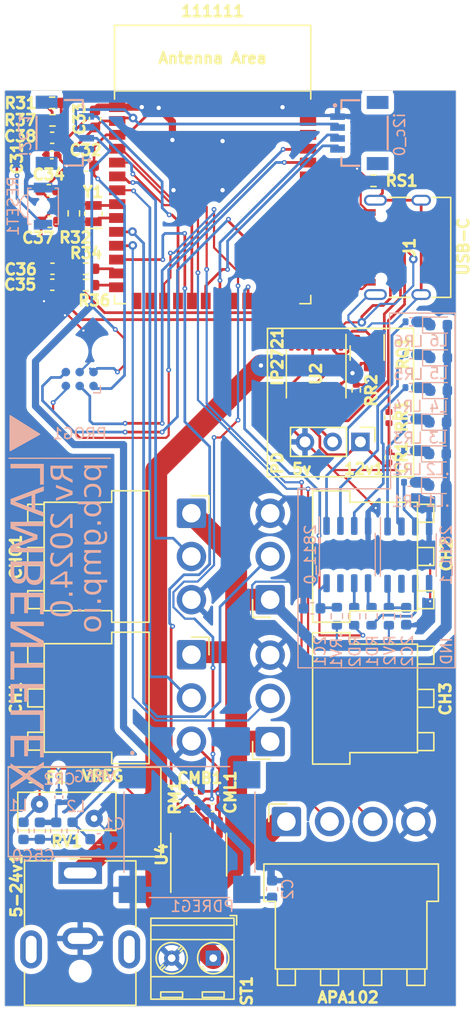
<source format=kicad_pcb>
(kicad_pcb (version 20221018) (generator pcbnew)
  (layers (0 "F.Cu" signal) (31 "B.Cu" signal) (34 "B.Paste" user) (35 "F.Paste" user) (36 "B.SilkS" user "B.Silkscreen") (37 "F.SilkS" user "F.Silkscreen") (38 "B.Mask" user) (39 "F.Mask" user) (44 "Edge.Cuts" user))
  (net 0 "")
  (net 1 "GND")
  (net 2 "+3.3V")
  (net 3 "Net-(.L1-K)")
  (net 4 "Net-(.L2-K)")
  (net 5 "Net-(C0-Pad1)")
  (net 6 "Net-(2811_0-VDD)")
  (net 7 "Net-(2811_1-VDD)")
  (net 8 "Net-(RQ1-D)")
  (net 9 "VDC")
  (net 10 "Net-(F1-Pad2)")
  (net 11 "Net-(J1-CC1)")
  (net 13 "Net-(J1-CC2)")
  (net 15 "Net-(J1-SHIELD)")
  (net 16 "Net-(U2-SEL)")
  (net 27 "Net-(2811_0-DIN)")
  (net 28 "Net-(2811_0-DO)")
  (net 29 "Net-(2811_0-OUTB)")
  (net 30 "Net-(2811_0-OUTG)")
  (net 31 "Net-(2811_0-OUTR)")
  (net 33 "Net-(2811_1-DIN)")
  (net 35 "Net-(2811_1-OUTB)")
  (net 36 "Net-(2811_1-OUTG)")
  (net 37 "Net-(2811_1-OUTR)")
  (net 38 "Net-(PDREG1-+VIN)")
  (net 39 "Net-(C35-Pad1)")
  (net 40 "Net-(C36-Pad1)")
  (net 41 "Net-(C38-Pad2)")
  (net 42 "Net-(L3-K)")
  (net 43 "Net-(L4-K)")
  (net 44 "Net-(L5-K)")
  (net 45 "Net-(L6-K)")
  (net 47 "Net-(RQ1-G)")
  (net 48 "D-")
  (net 49 "D+")
  (net 50 "GPIO21")
  (net 51 "Net-(111111-EN)")
  (net 52 "Net-(111111-GPIO4{slash}TOUCH4{slash}ADC1_CH3)")
  (net 53 "Net-(111111-GPIO5{slash}TOUCH5{slash}ADC1_CH4)")
  (net 54 "Net-(111111-GPIO6{slash}TOUCH6{slash}ADC1_CH5)")
  (net 55 "Net-(111111-GPIO7{slash}TOUCH7{slash}ADC1_CH6)")
  (net 56 "Net-(111111-GPIO15{slash}U0RTS{slash}ADC2_CH4{slash}XTAL_32K_P)")
  (net 57 "Net-(111111-GPIO16{slash}U0CTS{slash}ADC2_CH5{slash}XTAL_32K_N)")
  (net 58 "Net-(111111-GPIO17{slash}U1TXD{slash}ADC2_CH6)")
  (net 59 "Net-(111111-GPIO18{slash}U1RXD{slash}ADC2_CH7{slash}CLK_OUT3)")
  (net 60 "Net-(111111-GPIO8{slash}TOUCH8{slash}ADC1_CH7{slash}SUBSPICS1)")
  (net 63 "Net-(111111-GPIO9{slash}TOUCH9{slash}ADC1_CH8{slash}FSPIHD{slash}SUBSPIHD)")
  (net 64 "Net-(111111-GPIO10{slash}TOUCH10{slash}ADC1_CH9{slash}FSPICS0{slash}FSPIIO4{slash}SUBSPICS0)")
  (net 65 "Net-(111111-GPIO11{slash}TOUCH11{slash}ADC2_CH0{slash}FSPID{slash}FSPIIO5{slash}SUBSPID)")
  (net 66 "Net-(111111-GPIO12{slash}TOUCH12{slash}ADC2_CH1{slash}FSPICLK{slash}FSPIIO6{slash}SUBSPICLK)")
  (net 67 "Net-(111111-GPIO13{slash}TOUCH13{slash}ADC2_CH2{slash}FSPIQ{slash}FSPIIO7{slash}SUBSPIQ)")
  (net 72 "Net-(111111-GPIO0{slash}BOOT)")
  (net 81 "Net-(111111-U0RXD{slash}GPIO44{slash}CLK_OUT2)")
  (net 82 "Net-(111111-U0TXD{slash}GPIO43{slash}CLK_OUT1)")
  (footprint "Resistor_SMD:R_0402_1005Metric" (layer "F.Cu") (at 222.042 73.775 -90)
    (fp_text reference "RR2")
    (fp_text value "5.1k" hide)
  )
  (footprint "Resistor_SMD:R_0603_1608Metric" (layer "F.Cu") (at 197.257 62.6375)
    (fp_text reference "R34")
    (fp_text value "R_US" hide)
  )
  (footprint "Crystal:Crystal_SMD_MicroCrystal_CC8V-T1A-2Pin_2.0x1.2mm" (layer "F.Cu") (at 197.942 57.5875 90)
    (fp_text reference "Y1")
    (fp_text value "CRY")
  )
  (footprint "PCM_Espressif:ESP32-S3-WROOM-2" (layer "F.Cu") (at 208.872 56.0875)
    (fp_text reference "111111")
    (fp_text value "ESP32-S3-WROOM-2")
  )
  (footprint "Capacitor_SMD:C_0402_1005Metric" (layer "F.Cu") (at 207.315 110.515)
    (fp_text reference "CMB1")
    (fp_text value ".1uF")
  )
  (footprint "Fuse:Fuse_0603_1608Metric" (layer "F.Cu") (at 192.2125 109.2)
    (fp_text reference "F1")
    (fp_text value "Fuse")
  )
  (footprint "Capacitor_SMD:C_0603_1608Metric" (layer "F.Cu") (at 197.217 53.2)
    (fp_text reference "C32")
    (fp_text value "1uF")
  )
  (footprint "Capacitor_SMD:C_0402_1005Metric" (layer "F.Cu") (at 208.875 112.015)
    (fp_text reference "CML1")
    (fp_text value "4nF")
  )
  (footprint "Capacitor_SMD:C_0402_1005Metric" (layer "F.Cu") (at 194.117 52.2)
    (fp_text reference "C31")
    (fp_text value "22uF")
  )
  (footprint "Capacitor_SMD:C_0603_1608Metric" (layer "F.Cu") (at 198.082 48.9125 90)
    (fp_text reference "C33")
    (fp_text value ".1uF")
  )
  (footprint "Resistor_SMD:R_0603_1608Metric" (layer "F.Cu") (at 197.257 64.1375)
    (fp_text reference "R36")
    (fp_text value "0" hide)
  )
  (footprint "Resistor_SMD:R_0603_1608Metric" (layer "F.Cu") (at 194.182 49.0375)
    (fp_text reference "R37")
    (fp_text value "33k")
  )
  (footprint "Connector_JST:JST_VH_B3PS-VH_1x03_P3.96mm_Horizontal" (layer "F.Cu") (at 214.15 92.96 90)
    (fp_text reference "CH2")
    (fp_text value "CH2")
  )
  (footprint "Package_SO:TSSOP-16_4.4x5mm_P0.65mm" (layer "F.Cu") (at 218.367 72.2625 -90)
    (fp_text reference "U2")
    (fp_text value "IP2721")
  )
  (footprint "Capacitor_SMD:C_0603_1608Metric" (layer "F.Cu") (at 194.157 50.6375 180)
    (fp_text reference "C38")
    (fp_text value "0.1uF")
  )
  (footprint "TerminalBlock_MetzConnect:TerminalBlock_MetzConnect_Type086_RT03402HBLC_1x02_P3.81mm_Horizontal" (layer "F.Cu") (at 208.925 125.8 180)
    (fp_text reference "ST1")
    (fp_text value "Screw_Terminal_01x02")
  )
  (footprint "Connector_BarrelJack:BarrelJack_CUI_PJ-063AH_Horizontal" (layer "F.Cu") (at 196.725 118)
    (fp_text reference "5-24v1")
    (fp_text value "Barrel_Jack")
  )
  (footprint "Connector_JST:JST_VH_B3PS-VH_1x03_P3.96mm_Horizontal" (layer "F.Cu") (at 206.928 98 -90)
    (fp_text reference "CH1")
    (fp_text value "CH1")
  )
  (footprint "Capacitor_SMD:C_0603_1608Metric" (layer "F.Cu") (at 193.842 55.4375)
    (fp_text reference "C34")
    (fp_text value "12pF")
  )
  (footprint "Capacitor_SMD:C_0603_1608Metric" (layer "F.Cu") (at 194.182 62.6375 180)
    (fp_text reference "C36")
    (fp_text value "47pF")
  )
  (footprint "Connector_JST:JST_VH_B4PS-VH_1x04_P3.96mm_Horizontal" (layer "F.Cu") (at 215.635 113.285)
    (fp_text reference "APA102")
    (fp_text value "Conn_01x04_Male")
  )
  (footprint "Connector_USB:USB_C_Receptacle_G-Switch_GT-USB-7010ASV" (layer "F.Cu") (at 226.925 60.68 90)
    (fp_text reference "J1")
    (fp_text value "USB-C")
  )
  (footprint "Resistor_SMD:R_0603_1608Metric" (layer "F.Cu") (at 196.142 57.5625 -90)
    (fp_text reference "R32")
    (fp_text value "10M")
  )
  (footprint "Resistor_SMD:R_0603_1608Metric" (layer "F.Cu") (at 194.157 47.4375)
    (fp_text reference "R31")
    (fp_text value "10k")
  )
  (footprint "Resistor_SMD:R_0402_1005Metric" (layer "F.Cu") (at 225.042 76.275 90)
    (fp_text reference "RR1")
    (fp_text value "5.1k" hide)
  )
  (footprint "Capacitor_SMD:C_0603_1608Metric" (layer "F.Cu") (at 193.917 58.3375)
    (fp_text reference "C37")
    (fp_text value "12pF")
  )
  (footprint "Package_SO:SOIC-8_3.9x4.9mm_P1.27mm" (layer "F.Cu") (at 207.595 116.315 90)
    (fp_text reference "U4")
    (fp_text value "ACS71240")
  )
  (footprint "Varistor:RV_Disc_D9mm_W3.5mm_P5mm" (layer "F.Cu") (at 193 111.7)
    (fp_text reference "RV1")
    (fp_text value "S20K30")
  )
  (footprint "Capacitor_SMD:C_0402_1005Metric" (layer "F.Cu") (at 225.042 79.925 -90)
    (fp_text reference "CR1")
    (fp_text value "1uF" hide)
  )
  (footprint "Connector_JST:JST_VH_B3PS-VH_1x03_P3.96mm_Horizontal" (layer "F.Cu") (at 214.15 105.96 90)
    (fp_text reference "CH3")
    (fp_text value "CH3")
  )
  (footprint "Resistor_SMD:R_0402_1005Metric" (layer "F.Cu") (at 207.005 112.015 180)
    (fp_text reference "RM1")
    (fp_text value "400k")
  )
  (footprint "Package_TO_SOT_SMD:SOT-23" (layer "F.Cu") (at 223.042 70.3625 -90)
    (fp_text reference "RQ1")
    (fp_text value "Q_NMOS_GDS" hide)
  )
  (footprint "Connector_JST:JST_VH_B3PS-VH_1x03_P3.96mm_Horizontal" (layer "F.Cu") (at 206.925 85.04 -90)
    (fp_text reference "CHO1")
    (fp_text value "CH0")
  )
  (footprint "Connector_PinHeader_2.54mm:PinHeader_1x03_P2.54mm_Vertical" (layer "F.Cu") (at 222.422 78.5 -90)
    (fp_text reference "5v    12v1")
    (fp_text value "VSEL")
  )
  (footprint "Resistor_SMD:R_0603_1608Metric" (layer "F.Cu") (at 223.625 54.58 180)
    (fp_text reference "RS1")
    (fp_text value "33K")
  )
  (footprint "Capacitor_SMD:C_0603_1608Metric" (layer "F.Cu") (at 194.167 64.1 180)
    (fp_text reference "C35")
    (fp_text value "47pF")
  )
  (footprint "Capacitor_SMD:C_0603_1608Metric" (layer "B.Cu") (at 226.625 94.475 -90)
    (fp_text reference "2C2")
    (fp_text value "100nF")
  )
  (footprint "Resistor_SMD:R_0402_1005Metric" (layer "B.Cu") (at 226.985 76.4)
    (fp_text reference "LR3")
    (fp_text value "R_US")
  )
  (footprint "Resistor_SMD:R_0402_1005Metric" (layer "B.Cu") (at 227.065 70.5)
    (fp_text reference "LR5")
    (fp_text value "R_US")
  )
  (footprint "SFE-Connectors:JST04_1MM_RA" (layer "B.Cu") (at 197.317 50.1775 90)
    (fp_text reference "J10")
    (fp_text value "I2C_STANDARDQWIIC")
  )
  (footprint "Resistor_SMD:R_0603_1608Metric" (layer "B.Cu") (at 221.855 94.475 90)
    (fp_text reference "RD2")
    (fp_text value "33" hide)
  )
  (footprint "SFE-Connectors:JST04_1MM_RA" (layer "B.Cu") (at 220.328 50.2 -90)
    (fp_text reference "J11")
    (fp_text value "I2C-0")
  )
  (footprint "Package_SO:SOP-8_3.9x4.9mm_P1.27mm" (layer "B.Cu") (at 221.225 88.825 -90)
    (fp_text reference "2811_0")
    (fp_text value "WS2811")
  )
  (footprint "LED_SMD:LED_0603_1608Metric" (layer "B.Cu") (at 229.5125 79.6)
    (fp_text reference ".L2")
    (fp_text value "LED")
  )
  (footprint "LED_SMD:LED_0603_1608Metric" (layer "B.Cu") (at 229.6125 70.8)
    (fp_text reference "L5")
    (fp_text value "LED")
  )
  (footprint "LED_SMD:LED_0603_1608Metric" (layer "B.Cu") (at 229.5375 76.7)
    (fp_text reference "L3")
    (fp_text value "LED")
  )
  (footprint "Capacitor_SMD:C_0603_1608Metric" (layer "B.Cu") (at 214.325 119.475 90)
    (fp_text reference "C2")
    (fp_text value "22uF 10V")
  )
  (footprint "LED_SMD:LED_0603_1608Metric" (layer "B.Cu") (at 229.6125 73.8)
    (fp_text reference "L4")
    (fp_text value "LED")
  )
  (footprint "Capacitor_SMD:C_0402_1005Metric" (layer "B.Cu") (at 194.765 111.0375 90)
    (fp_text reference "CR2")
    (fp_text value "10UF")
  )
  (footprint "Package_SO:SOP-8_3.9x4.9mm_P1.27mm" (layer "B.Cu") (at 226.82 88.875 -90)
    (fp_text reference "2811_1")
    (fp_text value "WS2811")
  )
  (footprint "Capacitor_SMD:C_0603_1608Metric" (layer "B.Cu") (at 217.99 93.75 180)
    (fp_text reference "2C1")
    (fp_text value "100nF")
  )
  (footprint "Resistor_SMD:R_0603_1608Metric" (layer "B.Cu") (at 223.445 94.475 90)
    (fp_text reference "RD1")
    (fp_text value "33")
  )
  (footprint "Capacitor_SMD:C_0603_1608Metric" (layer "B.Cu") (at 194.525 114.1375 90)
    (fp_text reference "C5")
    (fp_text value "4.7uF (50v)")
  )
  (footprint "Button_Switch_SMD:SW_SPST_B3U-3000P-B" (layer "B.Cu") (at 193.317 56.9 -90)
    (fp_text reference "RESET1")
    (fp_text value "SW_Push_45deg")
  )
  (footprint "Resistor_SMD:R_0402_1005Metric" (layer "B.Cu") (at 227.065 73.525)
    (fp_text reference "LR4")
    (fp_text value "R_US")
  )
  (footprint "Inductor_SMD:L_0603_1608Metric" (layer "B.Cu") (at 191.525 114.1375 -90)
    (fp_text reference "L1")
    (fp_text value "82uH")
  )
  (footprint "Resistor_SMD:R_0402_1005Metric" (layer "B.Cu") (at 226.935 79.3)
    (fp_text reference "LR2")
    (fp_text value "R_US")
  )
  (footprint "Capacitor_SMD:C_0603_1608Metric" (layer "B.Cu") (at 198.425 114.9)
    (fp_text reference "C1")
    (fp_text value "10uF (50v)")
  )
  (footprint "Capacitor_SMD:C_0603_1608Metric" (layer "B.Cu") (at 193.025 114.1375 90)
    (fp_text reference "C0")
    (fp_text value "680uF (50v)")
  )
  (footprint "Resistor_SMD:R_0603_1608Metric" (layer "B.Cu") (at 225.035 94.475 90)
    (fp_text reference "RV2")
    (fp_text value "2.7k")
  )
  (footprint "Resistor_SMD:R_0402_1005Metric" (layer "B.Cu") (at 227.075 67.5)
    (fp_text reference "LR6")
    (fp_text value "R_US")
  )
  (footprint "Resistor_SMD:R_0402_1005Metric" (layer "B.Cu") (at 226.935 82.2)
    (fp_text reference "LR1")
    (fp_text value "R_US")
  )
  (footprint "LED_SMD:LED_0603_1608Metric" (layer "B.Cu") (at 229.6125 67.8)
    (fp_text reference "L6")
    (fp_text value "LED")
  )
  (footprint "LED_SMD:LED_0603_1608Metric" (layer "B.Cu") (at 229.5125 82.5)
    (fp_text reference ".L1")
    (fp_text value "LED")
  )
  (footprint "Connector:Tag-Connect_TC2030-IDC-FP_2x03_P1.27mm_Vertical" (layer "B.Cu") (at 196.677 72.74 180)
    (fp_text reference "PROG1")
    (fp_text value "TC2030-IDC_ESP")
  )
  (footprint "Inductor_SMD:L_0603_1608Metric" (layer "B.Cu") (at 196.025 114.1375 90)
    (fp_text reference "L2")
    (fp_text value "22uH")
  )
  (footprint "K7815JT_500R3_LB:CONV_K7815JT-500R3-LB" (layer "B.Cu") (at 206.75 114.25 -90)
    (fp_text reference "PDREG1")
    (fp_text value "K7815JT-500R3-LB")
  )
  (footprint "Resistor_SMD:R_0603_1608Metric" (layer "B.Cu") (at 220.265 94.475 90)
    (fp_text reference ".RV1")
    (fp_text value "2.7k")
  )
  (gr_line (start 199.5 80) (end 190.2 80) (stroke (width 0.12)) (layer "B.SilkS"))
  (gr_line (start 216.7 82.8) (end 225.2 82.8) (stroke (width 0.12)) (layer "B.SilkS"))
  (gr_line (start 190.125 116.5) (end 190.125 108.3) (stroke (width 0.12)) (layer "B.SilkS"))
  (gr_poly (pts (xy 190.3 79.3) (xy 190.3 76.1) (xy 193 77.8)) (stroke (width 0.12)) (fill solid) (layer "B.SilkS"))
  (gr_line (start 231.1 66.7) (end 225.1 66.7) (stroke (width 0.12)) (layer "B.SilkS"))
  (gr_line (start 216.7 99.2) (end 216.7 82.8) (stroke (width 0.12)) (layer "B.SilkS"))
  (gr_line (start 200.725 116.5) (end 190.225 116.5) (stroke (width 0.12)) (layer "B.SilkS"))
  (gr_line (start 190.125 108.25) (end 204.125 108.25) (stroke (width 0.12)) (layer "B.SilkS"))
  (gr_line (start 231.1 66.7) (end 231.1 99.2) (stroke (width 0.12)) (layer "B.SilkS"))
  (gr_line (start 231.1 99.2) (end 216.7 99.2) (stroke (width 0.12)) (layer "B.SilkS"))
  (gr_line (start 225.1 66.7) (end 225.2 82.8) (stroke (width 0.12)) (layer "B.SilkS"))
  (gr_line (start 204.125 108.3) (end 204.125 116.5) (stroke (width 0.15)) (layer "F.SilkS"))
  (gr_line (start 190.125 108.3) (end 204.125 108.3) (stroke (width 0.15)) (layer "F.SilkS"))
  (gr_line (start 204.125 116.5) (end 190.125 116.5) (stroke (width 0.15)) (layer "F.SilkS"))
  (gr_line (start 225.3 68.1) (end 227.3 68.1) (stroke (width 0.15)) (layer "F.SilkS"))
  (gr_line (start 227.3 68.1) (end 227.3 81.7) (stroke (width 0.15)) (layer "F.SilkS"))
  (gr_line (start 213.9 81.7) (end 225.3 81.7) (stroke (width 0.15)) (layer "F.SilkS"))
  (gr_line (start 227.3 81.7) (end 225.3 81.7) (stroke (width 0.15)) (layer "F.SilkS"))
  (gr_line (start 225.3 68.1) (end 213.9 68.1) (stroke (width 0.15)) (layer "F.SilkS"))
  (gr_line (start 213.9 68.1) (end 213.9 81.7) (stroke (width 0.15)) (layer "F.SilkS"))
  (gr_rect (start 189.8 46.3) (end 231.2 130.208726) (stroke (width 0.05)) (fill none) (layer "Edge.Cuts"))
  (gr_text "i2c_0" (at 226.6 48.25 90) (layer "B.SilkS") (effects (font (size 1 1)) (justify left bottom mirror)))
  (gr_text "Rv 2024.0" (at 195.2 80.4 90) (layer "B.SilkS") (effects (font (size 2 2)) (justify left mirror)))
  (gr_text "LAMBENTFLEX\n" (at 193.9 80.1 90) (layer "B.SilkS") (effects (font (size 3 3)) (justify left bottom mirror)))
  (gr_text "i2c_1" (at 191.05 52.45 270) (layer "B.SilkS") (effects (font (size 1 1)) (justify left bottom mirror)))
  (gr_text "VREG" (at 200 109.75) (layer "B.SilkS") (effects (font (size 1 1)) (justify left bottom mirror)))
  (gr_text "IND" (at 230.9 96.3 90) (layer "B.SilkS") (effects (font (size 1 1)) (justify left bottom mirror)))
  (gr_text "pcb.gmp.io" (at 197.8 80.4 90) (layer "B.SilkS") (effects (font (size 2 2)) (justify left mirror)))
  (gr_text "PD        IP2721" (at 215.4 81.6 90) (layer "F.SilkS") (effects (font (size 1 1) (thickness 0.3) bold) (justify left bottom)))
  (gr_text "USB-C" (at 232.457 63.388726 90) (layer "F.SilkS") (effects (font (size 1 1) (thickness 0.3) bold) (justify left bottom)))
  (gr_text "VREG" (at 196.75 109.7) (layer "F.SilkS") (effects (font (size 1 1) (thickness 0.3) bold) (justify left bottom)))
  (segment (start 209.012 51.6775) (end 209.042 51.6775) (width 0.66) (layer "F.Cu") (net 1))
  (segment (start 218.042 68.662501) (end 218.042 69.4) (width 0.2) (layer "F.Cu") (net 1))
  (segment (start 209.012 51.6775) (end 206.012 51.6775) (width 0.66) (layer "F.Cu") (net 1))
  (segment (start 222.042 73.265) (end 222.777 73.265) (width 0.25) (layer "F.Cu") (net 1))
  (segment (start 218.042 71.30053) (end 218.042 69.4) (width 0.25) (layer "F.Cu") (net 1))
  (segment (start 209.5 108.492) (end 206.928 105.92) (width 0.25) (layer "F.Cu") (net 1))
  (segment (start 219.922 81.08) (end 217.342 78.5) (width 0.2) (layer "F.Cu") (net 1))
  (segment (start 196.442 53.2) (end 195.5195 53.2) (width 0.25) (layer "F.Cu") (net 1))
  (segment (start 223.835 84.56) (end 220.945 81.67) (width 0.2) (layer "F.Cu") (net 1))
  (segment (start 225.882 80.826404) (end 225.628404 81.08) (width 0.2) (layer "F.Cu") (net 1))
  (segment (start 206.012 54.6775) (end 209.012 54.6775) (width 0.66) (layer "F.Cu") (net 1))
  (segment (start 209.012 54.6775) (end 209.022 54.6775) (width 0.66) (layer "F.Cu") (net 1))
  (segment (start 209.5 112.16) (end 209.355 112.015) (width 0.25) (layer "F.Cu") (net 1))
  (segment (start 193.142 58.3375) (end 193.142 62.3725) (width 0.25) (layer "F.Cu") (net 1))
  (segment (start 209.042 51.6775) (end 209.782 50.9375) (width 0.66) (layer "F.Cu") (net 1))
  (segment (start 206.012 54.7075) (end 205.282 55.4375) (width 0.66) (layer "F.Cu") (net 1))
  (segment (start 225.882 79.983596) (end 225.882 80.826404) (width 0.2) (layer "F.Cu") (net 1))
  (segment (start 207.795 110.515) (end 209.087 110.515) (width 0.25) (layer "F.Cu") (net 1))
  (segment (start 225.628404 81.08) (end 219.922 81.08) (width 0.2) (layer "F.Cu") (net 1))
  (segment (start 209.355 110.257) (end 209.355 110.7) (width 0.25) (layer "F.Cu") (net 1))
  (segment (start 223.2 63.88) (end 222.59 64.49) (width 0.2) (layer "F.Cu") (net 1))
  (segment (start 200.122 47.8275) (end 202.162 47.8275) (width 0.66) (layer "F.Cu") (net 1))
  (segment (start 222.777 73.265) (end 223.142 72.9) (width 0.25) (layer "F.Cu") (net 1))
  (segment (start 209.012 51.6775) (end 209.012 54.6775) (width 0.66) (layer "F.Cu") (net 1))
  (segment (start 193.407 64.085) (end 193.392 64.1) (width 0.25) (layer "F.Cu") (net 1))
  (segment (start 193.142 62.3725) (end 193.407 62.6375) (width 0.25) (layer "F.Cu") (net 1))
  (segment (start 193.392 65.597) (end 193.405 65.61) (width 0.25) (layer "F.Cu") (net 1))
  (segment (start 222.8 54.146726) (end 222.122 53.468726) (width 0.2) (layer "F.Cu") (net 1))
  (segment (start 206.012 53.1775) (end 209.012 53.1775) (width 0.66) (layer "F.Cu") (net 1))
  (segment (start 209.087 110.515) (end 209.495 110.107) (width 0.25) (layer "F.Cu") (net 1))
  (segment (start 194.932 50.6375) (end 195.582 50.6375) (width 0.25) (layer "F.Cu") (net 1))
  (segment (start 220.945 81.67) (end 220.512 81.67) (width 0.2) (layer "F.Cu") (net 1))
  (segment (start 198.392 47.8275) (end 200.122 47.8275) (width 0.66) (layer "F.Cu") (net 1))
  (segment (start 193.407 62.6375) (end 193.407 64.085) (width 0.25) (layer "F.Cu") (net 1))
  (segment (start 220.512 81.67) (end 217.342 78.5) (width 0.2) (layer "F.Cu") (net 1))
  (segment (start 228.825 93.1) (end 228.825 89.7) (width 0.2) (layer "F.Cu") (net 1))
  (segment (start 194.096 57.3835) (end 194.096 56.4665) (width 0.25) (layer "F.Cu") (net 1))
  (segment (start 206.012 51.6775) (end 206.012 54.6775) (width 0.66) (layer "F.Cu") (net 1))
  (segment (start 206.012 51.6675) (end 205.182 50.8375) (width 0.66) (layer "F.Cu") (net 1))
  (segment (start 209.5 110.112) (end 209.495 110.107) (width 0.25) (layer "F.Cu") (net 1))
  (segment (start 215.19 76.348) (end 215.19 74.15253) (width 0.25) (layer "F.Cu") (net 1))
  (segment (start 209.5 110.102) (end 209.495 110.107) (width 0.25) (layer "F.Cu") (net 1))
  (segment (start 206.012 51.6775) (end 206.012 51.6675) (width 0.66) (layer "F.Cu") (net 1))
  (segment (start 205.182 50.8375) (end 205.182 49.157) (width 0.66) (layer "F.Cu") (net 1))
  (segment (start 217.342 78.5) (end 215.19 76.348) (width 0.25) (layer "F.Cu") (net 1))
  (segment (start 193.142 58.3375) (end 194.096 57.3835) (width 0.25) (layer "F.Cu") (net 1))
  (segment (start 222.45 54.93) (end 222.45 56.73) (width 0.2) (layer "F.Cu") (net 1))
  (segment (start 195.5195 53.2) (end 195.482 53.2375) (width 0.25) (layer "F.Cu") (net 1))
  (segment (start 209.355 110.7) (end 209.355 112.015) (width 0.25) (layer "F.Cu") (net 1))
  (segment (start 225.042 79.445) (end 225.05349 79.445) (width 0.2) (layer "F.Cu") (net 1))
  (segment (start 222.45 56.73) (end 223.2 57.48) (width 0.2) (layer "F.Cu") (net 1))
  (segment (start 217.622 47.8275) (end 215.292 47.8275) (width 0.66) (layer "F.Cu") (net 1))
  (segment (start 193.067 55.4375) (end 193.282 55.4375) (width 0.25) (layer "F.Cu") (net 1))
  (segment (start 225.05349 79.445) (end 225.20349 79.595) (width 0.2) (layer "F.Cu") (net 1))
  (segment (start 215.292 47.8275) (end 215.282 47.8375) (width 0.66) (layer "F.Cu") (net 1))
  (segment (start 209.022 54.6775) (end 209.782 55.4375) (width 0.66) (layer "F.Cu") (net 1))
  (segment (start 197.025 68.3) (end 195.625 66.9) (width 0.2) (layer "F.Cu") (net 1))
  (segment (start 194.892 52.6475) (end 195.482 53.2375) (width 0.25) (layer "F.Cu") (net 1))
  (segment (start 222.8 54.58) (end 222.45 54.93) (width 0.2) (layer "F.Cu") (net 1))
  (segment (start 209.5 110.112) (end 209.355 110.257) (width 0.25) (layer "F.Cu") (net 1))
  (segment (start 209.5 113.84) (end 209.5 112.16) (width 0.25) (layer "F.Cu") (net 1))
  (segment (start 193.392 64.1) (end 193.392 65.597) (width 0.25) (layer "F.Cu") (net 1))
  (segment (start 222.214501 64.49) (end 218.042 68.662501) (width 0.2) (layer "F.Cu") (net 1))
  (segment (start 225.493404 79.595) (end 225.882 79.983596) (width 0.2) (layer "F.Cu") (net 1))
  (segment (start 222.59 64.49) (end 222.214501 64.49) (width 0.2) (layer "F.Cu") (net 1))
  (segment (start 222.163 73.144) (end 222.042 73.265) (width 0.25) (layer "F.Cu") (net 1))
  (segment (start 193.067 55.4375) (end 193.067 55.4125) (width 0.25) (layer "F.Cu") (net 1))
  (segment (start 205.182 49.157) (end 203.925 47.9) (width 0.66) (layer "F.Cu") (net 1))
  (segment (start 209.5 108.492) (end 209.5 110.102) (width 0.25) (layer "F.Cu") (net 1))
  (segment (start 225.042 76.785) (end 225.042 79.445) (width 0.25) (layer "F.Cu") (net 1))
  (segment (start 193.282 55.4375) (end 195.482 53.2375) (width 0.25) (layer "F.Cu") (net 1))
  (segment (start 198.082 48.1375) (end 198.392 47.8275) (width 0.66) (layer "F.Cu") (net 1))
  (segment (start 202.372 47.8275) (end 202.382 47.8375) (width 0.66) (layer "F.Cu") (net 1))
  (segment (start 194.892 52.2) (end 194.892 52.6475) (width 0.25) (layer "F.Cu") (net 1))
  (segment (start 194.096 56.4665) (end 193.067 55.4375) (width 0.25) (layer "F.Cu") (net 1))
  (segment (start 193.167 58.3625) (end 193.142 58.3375) (width 0.25) (layer "F.Cu") (net 1))
  (segment (start 222.8 54.58) (end 222.8 54.146726) (width 0.2) (layer "F.Cu") (net 1))
  (segment (start 195.625 66.9) (end 195.325 66.9) (width 0.2) (layer "F.Cu") (net 1))
  (segment (start 195.582 50.6375) (end 198.082 48.1375) (width 0.25) (layer "F.Cu") (net 1))
  (segment (start 225.20349 79.595) (end 225.493404 79.595) (width 0.2) (layer "F.Cu") (net 1))
  (segment (start 202.162 47.8275) (end 202.372 47.8275) (width 0.66) (layer "F.Cu") (net 1))
  (segment (start 206.012 54.6775) (end 206.012 54.7075) (width 0.66) (layer "F.Cu") (net 1))
  (segment (start 223.092 72.95) (end 223.142 73) (width 0.25) (layer "F.Cu") (net 1))
  (segment (start 207.512 51.6775) (end 207.512 54.6775) (width 0.66) (layer "F.Cu") (net 1))
  (segment (start 215.19 74.15253) (end 218.042 71.30053) (width 0.25) (layer "F.Cu") (net 1))
  (via (at 197.025 68.3) (size 0.45) (drill 0.2) (layers "F.Cu" "B.Cu") (net 1))
  (via (at 193.405 65.61) (size 0.45) (drill 0.2) (layers "F.Cu" "B.Cu") (net 1))
  (via (at 202.372 47.8275) (size 0.8) (drill 0.4) (layers "F.Cu" "B.Cu") (net 1))
  (via (at 209.355 110.7) (size 0.45) (drill 0.2) (layers "F.Cu" "B.Cu") (net 1))
  (via (at 223.835 84.56) (size 0.45) (drill 0.2) (layers "F.Cu" "B.Cu") (net 1))
  (via (at 228.825 93.1) (size 0.45) (drill 0.2) (layers "F.Cu" "B.Cu") (net 1))
  (via (at 195.482 53.2375) (size 0.45) (drill 0.2) (layers "F.Cu" "B.Cu") (net 1))
  (via (at 222.122 53.468726) (size 0.45) (drill 0.2) (layers "F.Cu" "B.Cu") (net 1))
  (via (at 195.325 66.9) (size 0.45) (drill 0.2) (layers "F.Cu" "B.Cu") (net 1))
  (via (at 205.182 50.8375) (size 0.8) (drill 0.4) (layers "F.Cu" "B.Cu") (net 1))
  (via (at 205.282 55.4375) (size 0.8) (drill 0.4) (layers "F.Cu" "B.Cu") (net 1))
  (via (at 228.825 89.7) (size 0.45) (drill 0.2) (layers "F.Cu" "B.Cu") (net 1))
  (via (at 209.782 50.9375) (size 0.8) (drill 0.4) (layers "F.Cu" "B.Cu") (net 1))
  (via (at 203.925 47.9) (size 0.8) (drill 0.4) (layers "F.Cu" "B.Cu") (net 1))
  (via (at 223.142 72.9) (size 0.45) (drill 0.2) (layers "F.Cu" "B.Cu") (net 1))
  (via (at 209.782 55.4375) (size 0.8) (drill 0.4) (layers "F.Cu" "B.Cu") (net 1))
  (via (at 215.282 47.8375) (size 0.8) (drill 0.4) (layers "F.Cu" "B.Cu") (net 1))
  (segment (start 214.325 118.7) (end 213.985 118.36) (width 0.2) (layer "B.Cu") (net 1))
  (segment (start 209.655 111) (end 209.355 110.7) (width 0.2) (layer "B.Cu") (net 1))
  (segment (start 198 113) (end 199.2 114.2) (width 0.2) (layer "B.Cu") (net 1))
  (segment (start 217.215 92.58) (end 217.215 93.75) (width 0.2) (layer "B.Cu") (net 1))
  (segment (start 215.945 91.31) (end 217.215 92.58) (width 0.2) (layer "B.Cu") (net 1))
  (segment (start 199.2 114.2) (end 199.2 114.9) (width 0.2) (layer "B.Cu") (net 1))
  (segment (start 214.15 98.04) (end 212.5 96.39) (width 0.2) (layer "B.Cu") (net 1))
  (segment (start 213.985 115.085) (end 209.9 111) (width 0.2) (layer "B.Cu") (net 1))
  (segment (start 197.625 71.157) (end 197.625 70.96) (width 0.2) (layer "B.Cu") (net 1))
  (segment (start 212.5 96.39) (end 212.5 91.625256) (width 0.2) (layer "B.Cu") (net 1))
  (segment (start 212.815256 91.31) (end 215.945 91.31) (width 0.2) (layer "B.Cu") (net 1))
  (segment (start 194.525 113.3625) (end 194.525 111.7575) (width 0.25) (layer "B.Cu") (net 1))
  (segment (start 209.9 111) (end 209.655 111) (width 0.2) (layer "B.Cu") (net 1))
  (segment (start 212.5 91.625256) (end 212.815256 91.31) (width 0.2) (layer "B.Cu") (net 1))
  (segment (start 194.525 111.7575) (end 194.765 111.5175) (width 0.25) (layer "B.Cu") (net 1))
  (segment (start 213.985 118.36) (end 213.985 115.085) (width 0.2) (layer "B.Cu") (net 1))
  (segment (start 193.025 113.3625) (end 194.525 113.3625) (width 0.25) (layer "B.Cu") (net 1))
  (segment (start 196.677 72.105) (end 197.625 71.157) (width 0.2) (layer "B.Cu") (net 1))
  (segment (start 200.394299 48.825201) (end 200.122 49.0975) (width 0.25) (layer "F.Cu") (net 2))
  (segment (start 198.082 49.6875) (end 198.672 49.0975) (width 0.25) (layer "F.Cu") (net 2))
  (segment (start 205.935 111.415) (end 206.835 110.515) (width 0.25) (layer "F.Cu") (net 2))
  (segment (start 198.082 49.6875) (end 196.332 51.4375) (width 0.25) (layer "F.Cu") (net 2))
  (segment (start 200.142 72.1) (end 200.75845 71.48355) (width 0.2) (layer "F.Cu") (net 2))
  (segment (start 201.569701 48.825201) (end 200.394299 48.825201) (width 0.25) (layer "F.Cu") (net 2))
  (segment (start 196.332 51.4375) (end 194.472948 51.4375) (width 0.25) (layer "F.Cu") (net 2))
  (segment (start 205.895 111.415) (end 205.935 111.415) (width 0.25) (layer "F.Cu") (net 2))
  (segment (start 205.71 111.64) (end 205.895 111.455) (width 0.25) (layer "F.Cu") (net 2))
  (segment (start 205.895 111.455) (end 205.895 111.415) (width 0.25) (layer "F.Cu") (net 2))
  (segment (start 194.288724 51.253276) (end 194.157 51.121552) (width 0.25) (layer "F.Cu") (net 2))
  (segment (start 205.69 111.64) (end 205.71 111.64) (width 0.25) (layer "F.Cu") (net 2))
  (segment (start 194.472948 51.4375) (end 194.288724 51.253276) (width 0.25) (layer "F.Cu") (net 2))
  (segment (start 205.69 113.84) (end 205.69 112.015) (width 0.25) (layer "F.Cu") (net 2))
  (segment (start 200.75845 71.48355) (end 200.75845 69.01645) (width 0.2) (layer "F.Cu") (net 2))
  (segment (start 194.157 51.121552) (end 194.157 48.2625) (width 0.25) (layer "F.Cu") (net 2))
  (segment (start 200.75845 69.01645) (end 199.942 68.2) (width 0.2) (layer "F.Cu") (net 2))
  (segment (start 206.495 112.015) (end 205.69 112.015) (width 0.25) (layer "F.Cu") (net 2))
  (segment (start 205.69 111.64) (end 205.69 112.015) (width 0.25) (layer "F.Cu") (net 2))
  (segment (start 198.672 49.0975) (end 200.122 49.0975) (width 0.25) (layer "F.Cu") (net 2))
  (segment (start 194.157 48.2625) (end 193.332 47.4375) (width 0.25) (layer "F.Cu") (net 2))
  (segment (start 193.342 52.2) (end 194.288724 51.253276) (width 0.25) (layer "F.Cu") (net 2))
  (via (at 205.895 111.415) (size 0.45) (drill 0.2) (layers "F.Cu" "B.Cu") (net 2))
  (via (at 199.942 68.2) (size 0.45) (drill 0.2) (layers "F.Cu" "B.Cu") (net 2))
  (via (at 200.142 72.1) (size 0.45) (drill 0.2) (layers "F.Cu" "B.Cu") (net 2))
  (via (at 201.569701 48.825201) (size 0.8) (drill 0.4) (layers "F.Cu" "B.Cu") (net 2))
  (segment (start 206.68 110.63) (end 206.68 110.62) (width 0.25) (layer "B.Cu") (net 2))
  (segment (start 212.75 120.25) (end 212 119.5) (width 0.25) (layer "B.Cu") (net 2))
  (segment (start 212 115.94) (end 212 119.5) (width 0.66) (layer "B.Cu") (net 2))
  (segment (start 199.3868 51.8223) (end 199.4643 51.8223) (width 0.25) (layer "B.Cu") (net 2))
  (segment (start 220.328 49.3775) (end 202.122 49.3775) (width 0.25) (layer "B.Cu") (net 2))
  (segment (start 197.691791 66.045) (end 192.625 71.111791) (width 0.66) (layer "B.Cu") (net 2))
  (segment (start 214.325 120.25) (end 212.75 120.25) (width 0.25) (layer "B.Cu") (net 2))
  (segment (start 199.80845 71.76645) (end 200.142 72.1) (width 0.25) (layer "B.Cu") (net 2))
  (segment (start 202.122 49.3775) (end 201.569701 48.825201) (width 0.25) (layer "B.Cu") (net 2))
  (segment (start 197.65055 53.63605) (end 199.4643 51.8223) (width 0.25) (layer "B.Cu") (net 2))
  (segment (start 197.947 72.105) (end 198.28555 71.76645) (width 0.25) (layer "B.Cu") (net 2))
  (segment (start 196.692 50.6775) (end 196.317 50.3025) (width 0.25) (layer "B.Cu") (net 2))
  (segment (start 196.317 50.3025) (end 196.317 48.0525) (width 0.25) (layer "B.Cu") (net 2))
  (segment (start 200.797 48.0525) (end 201.569701 48.825201) (width 0.25) (layer "B.Cu") (net 2))
  (segment (start 197.787 66.045) (end 197.691791 66.045) (width 0.66) (layer "B.Cu") (net 2))
  (segment (start 206.68 110.62) (end 212 115.94) (width 0.66) (layer "B.Cu") (net 2))
  (segment (start 197.787 66.045) (end 197.787 53.7725) (width 0.25) (layer "B.Cu") (net 2))
  (segment (start 199.942 68.2) (end 197.787 66.045) (width 0.25) (layer "B.Cu") (net 2))
  (segment (start 196.317 48.0525) (end 200.797 48.0525) (width 0.25) (layer "B.Cu") (net 2))
  (segment (start 200.7 104.64) (end 206.68 110.62) (width 0.66) (layer "B.Cu") (net 2))
  (segment (start 205.895 111.415) (end 206.68 110.63) (width 0.25) (layer "B.Cu") (net 2))
  (segment (start 200.7 78.75) (end 200.7 104.64) (width 0.66) (layer "B.Cu") (net 2))
  (segment (start 197.317 50.6775) (end 196.692 50.6775) (width 0.25) (layer "B.Cu") (net 2))
  (segment (start 198.28555 71.76645) (end 199.80845 71.76645) (width 0.25) (layer "B.Cu") (net 2))
  (segment (start 192.625 71.111791) (end 192.625 75.225) (width 0.66) (layer "B.Cu") (net 2))
  (segment (start 197.947 72.105) (end 197.65055 71.80855) (width 0.25) (layer "B.Cu") (net 2))
  (segment (start 192.625 75.225) (end 196.15 78.75) (width 0.66) (layer "B.Cu") (net 2))
  (segment (start 197.787 53.7725) (end 197.65055 53.63605) (width 0.25) (layer "B.Cu") (net 2))
  (segment (start 196.15 78.75) (end 200.7 78.75) (width 0.66) (layer "B.Cu") (net 2))
  (segment (start 198.242 50.6775) (end 199.3868 51.8223) (width 0.25) (layer "B.Cu") (net 2))
  (segment (start 212 119.5) (end 212.025 119.525) (width 0.25) (layer "B.Cu") (net 2))
  (segment (start 197.317 50.6775) (end 198.242 50.6775) (width 0.25) (layer "B.Cu") (net 2))
  (segment (start 227.445 82.2) (end 228.425 82.2) (width 1) (layer "B.Cu") (net 3))
  (segment (start 228.425 82.2) (end 228.725 82.5) (width 1) (layer "B.Cu") (net 3))
  (segment (start 228.425 79.3) (end 228.725 79.6) (width 1) (layer "B.Cu") (net 4))
  (segment (start 227.445 79.3) (end 228.425 79.3) (width 1) (layer "B.Cu") (net 4))
  (segment (start 196.025 114.925) (end 194.5375 114.925) (width 0.25) (layer "B.Cu") (net 5))
  (segment (start 193.025 114.9125) (end 191.5375 114.9125) (width 0.25) (layer "B.Cu") (net 5))
  (segment (start 191.5375 114.9125) (end 191.525 114.925) (width 0.25) (layer "B.Cu") (net 5))
  (segment (start 194.525 114.9125) (end 193.025 114.9125) (width 0.25) (layer "B.Cu") (net 5))
  (segment (start 194.5375 114.925) (end 194.525 114.9125) (width 0.25) (layer "B.Cu") (net 5))
  (segment (start 218.675 93.7) (end 218.675 92.095) (width 0.25) (layer "B.Cu") (net 6))
  (segment (start 220.215 93.7) (end 220.265 93.65) (width 0.25) (layer "B.Cu") (net 6))
  (segment (start 218.675 92.095) (end 219.32 91.45) (width 0.25) (layer "B.Cu") (net 6))
  (segment (start 218.675 93.7) (end 220.215 93.7) (width 0.25) (layer "B.Cu") (net 6))
  (segment (start 226.625 93.7) (end 225.085 93.7) (width 0.25) (layer "B.Cu") (net 7))
  (segment (start 225.035 93.65) (end 225.035 91.62) (width 0.25) (layer "B.Cu") (net 7))
  (segment (start 225.035 91.62) (end 224.915 91.5) (width 0.25) (layer "B.Cu") (net 7))
  (segment (start 225.085 93.7) (end 225.035 93.65) (width 0.25) (layer "B.Cu") (net 7))
  (segment (start 223.814394 63.08) (end 224.028394 62.866) (width 0.25) (layer "F.Cu") (net 8))
  (segment (start 225.175 63.429394) (end 225.175 65.341726) (width 0.25) (layer "F.Cu") (net 8))
  (segment (start 215.813188 74.0625) (end 217.4545 74.0625) (width 0.25) (layer "F.Cu") (net 8))
  (segment (start 215.567 75.941312) (end 215.567 74.308688) (width 0.25) (layer "F.Cu") (net 8))
  (segment (start 222.55 67.022434) (end 222.55 67.55) (width 0.25) (layer "F.Cu") (net 8))
  (segment (start 221.104501 67.55) (end 219.992 68.662501) (width 0.2) (layer "F.Cu") (net 8))
  (segment (start 223.2 58.28) (end 223.389 58.469) (width 0.2) (layer "F.Cu") (net 8))
  (segment (start 215.567 74.308688) (end 215.813188 74.0625) (width 0.25) (layer "F.Cu") (net 8))
  (segment (start 216.881201 76.1875) (end 215.813188 76.1875) (width 0.25) (layer "F.Cu") (net 8))
  (segment (start 224.156804 58.469) (end 227.2755 61.587696) (width 0.2) (layer "F.Cu") (net 8))
  (segment (start 220.317001 70.4625) (end 219.992 70.137499) (width 0.25) (layer "F.Cu") (net 8))
  (segment (start 223.572434 66) (end 222.55 67.022434) (width 0.25) (layer "F.Cu") (net 8))
  (segment (start 224.516726 66) (end 223.572434 66) (width 0.25) (layer "F.Cu") (net 8))
  (segment (start 219.992 68.662501) (end 219.992 69.4) (width 0.2) (layer "F.Cu") (net 8))
  (segment (start 224.028394 62.866) (end 224.611606 62.866) (width 0.25) (layer "F.Cu") (net 8))
  (segment (start 218.707 78.986701) (end 218.707 78.013299) (width 0.25) (layer "F.Cu") (net 8))
  (segment (start 217.4545 74.0625) (end 222.092 69.425) (width 0.25) (layer "F.Cu") (net 8))
  (segment (start 225.175 65.341726) (end 224.516726 66) (width 0.25) (layer "F.Cu") (net 8))
  (segment (start 215.813188 76.1875) (end 215.567 75.941312) (width 0.25) (layer "F.Cu") (net 8))
  (segment (start 221.247 79.675) (end 219.395299 79.675) (width 0.25) (layer "F.Cu") (net 8))
  (segment (start 224.622 80.7) (end 222.422 78.5) (width 0.25) (layer "F.Cu") (net 8))
  (segment (start 219.395299 79.675) (end 218.707 78.986701) (width 0.25) (layer "F.Cu") (net 8))
  (segment (start 223.2 63.08) (end 223.814394 63.08) (width 0.25) (layer "F.Cu") (net 8))
  (segment (start 224.611606 62.866) (end 225.175 63.429394) (width 0.25) (layer "F.Cu") (net 8))
  (segment (start 221.0545 70.4625) (end 220.317001 70.4625) (width 0.25) (layer "F.Cu") (net 8))
  (segment (start 219.992 70.137499) (end 219.992 69.4) (width 0.25) (layer "F.Cu") (net 8))
  (segment (start 223.389 58.469) (end 224.156804 58.469) (width 0.2) (layer "F.Cu") (net 8))
  (segment (start 218.707 78.013299) (end 216.881201 76.1875) (width 0.25) (layer "F.Cu") (net 8))
  (segment (start 222.422 78.5) (end 221.247 79.675) (width 0.25) (layer "F.Cu") (net 8))
  (segment (start 227.2755 61.587696) (end 227.2755 61.755) (width 0.2) (layer "F.Cu") (net 8))
  (segment (start 222.55 67.55) (end 221.104501 67.55) (width 0.2) (layer "F.Cu") (net 8))
  (segment (start 222.092 69.425) (end 221.0545 70.4625) (width 0.25) (layer "F.Cu") (net 8))
  (segment (start 225.042 80.7) (end 224.622 80.7) (width 0.25) (layer "F.Cu") (net 8))
  (via (at 222.55 67.55) (size 0.8) (drill 0.4) (layers "F.Cu" "B.Cu") (net 8))
  (via (at 227.2755 61.755) (size 0.8) (drill 0.4) (layers "F.Cu" "B.Cu") (net 8))
  (segment (start 227.2755 64.1875) (end 225.608 65.855) (width 0.2) (layer "B.Cu") (net 8))
  (segment (start 224.245 65.855) (end 222.55 67.55) (width 0.2) (layer "B.Cu") (net 8))
  (segment (start 227.2755 61.755) (end 227.2755 64.1875) (width 0.2) (layer "B.Cu") (net 8))
  (segment (start 225.608 65.855) (end 224.245 65.855) (width 0.2) (layer "B.Cu") (net 8))
  (segment (start 211.03 97.8) (end 211.03 117.26) (width 2) (layer "F.Cu") (net 9))
  (segment (start 203.81 118.79) (end 203.7 118.9) (width 2) (layer "F.Cu") (net 9))
  (segment (start 199.206642 108.425) (end 201.806642 111.025) (width 0.2) (layer "F.Cu") (net 9))
  (segment (start 214.15 105.96) (end 210.852 105.96) (width 2) (layer "F.Cu") (net 9))
  (segment (start 211.03 117.26) (end 209.5 118.79) (width 2) (layer "F.Cu") (net 9))
  (segment (start 203.7 118.9) (end 203.7 120.575) (width 2) (layer "F.Cu") (net 9))
  (segment (start 191.425 109.2) (end 192.2 108.425) (width 0.2) (layer "F.Cu") (net 9))
  (segment (start 203.7 120.575) (end 208.925 125.8) (width 2) (layer "F.Cu") (net 9))
  (segment (start 214.15 92.96) (end 211.07 92.96) (width 2) (layer "F.Cu") (net 9))
  (segment (start 196.725 118) (end 196 118) (width 0.25) (layer "F.Cu") (net 9))
  (segment (start 196.725 118) (end 203.7 111.025) (width 2) (layer "F.Cu") (net 9))
  (segment (start 208.925 125.8) (end 208.625 125.8) (width 0.66) (layer "F.Cu") (net 9))
  (segment (start 210.645 105.96) (end 210.625 105.94) (width 1) (layer "F.Cu") (net 9))
  (segment (start 208.23 118.79) (end 209.5 118.79) (width 1) (layer "F.Cu") (net 9))
  (segment (start 205.69 118.79) (end 203.81 118.79) (width 2) (layer "F.Cu") (net 9))
  (segment (start 192.2 108.425) (end 194.725 108.425) (width 0.2) (layer "F.Cu") (net 9))
  (segment (start 207.158 97.77) (end 211 97.77) (width 2) (layer "F.Cu") (net 9))
  (segment (start 208.625 125.8) (end 208.43 125.605) (width 0.66) (layer "F.Cu") (net 9))
  (segment (start 211 97.77) (end 211.03 97.8) (width 2) (layer "F.Cu") (net 9))
  (segment (start 206.925 85.04) (end 211.03 89.145) (width 2) (layer "F.Cu") (net 9))
  (segment (start 201.806642 111.025) (end 203.7 111.025) (width 0.2) (layer "F.Cu") (net 9))
  (segment (start 203.7 111.025) (end 203.7 81.1) (width 2) (layer "F.Cu") (net 9))
  (segment (start 220.642 73.126996) (end 220.642 75.125) (width 0.25) (layer "F.Cu") (net 9))
  (segment (start 208.7 125.8) (end 208.925 125.8) (width 1) (layer "F.Cu") (net 9))
  (segment (start 194.725 108.425) (end 199.206642 108.425) (width 0.2) (layer "F.Cu") (net 9))
  (segment (start 206.925 85.0025) (end 206.925 85.04) (width 0.25) (layer "F.Cu") (net 9))
  (segment (start 210.62 116.06) (end 210.625 116.055) (width 1) (layer "F.Cu") (net 9))
  (segment (start 205.69 118.79) (end 206.96 118.79) (width 1) (layer "F.Cu") (net 9))
  (segment (start 203.7 81.1) (end 213.3 71.5) (width 2) (layer "F.Cu") (net 9))
  (segment (start 211.07 92.96) (end 211.03 93) (width 2) (layer "F.Cu") (net 9))
  (segment (start 221.7 72.2) (end 222.468996 71.431004) (width 0.25) (layer "F.Cu") (net 9))
  (segment (start 206.925 85.0025) (end 207.09 84.8375) (width 0.25) (layer "F.Cu") (net 9))
  (segment (start 211.03 89.145) (end 211.03 93) (width 2) (layer "F.Cu") (net 9))
  (segment (start 211.03 93) (end 211.03 97.8) (width 2) (layer "F.Cu") (net 9))
  (segment (start 203.7 111.025) (end 203.7 118.9) (width 2) (layer "F.Cu") (net 9))
  (segment (start 215.635 113.285) (end 215.005 113.285) (width 2) (layer "F.Cu") (net 9))
  (segment (start 220.642 73.126996) (end 220.773004 73.126996) (width 0.25) (layer "F.Cu") (net 9))
  (segment (start 206.928 98) (end 207.158 97.77) (width 2) (layer "F.Cu") (net 9))
  (segment (start 222.468996 71.431004) (end 222.468996 71.3) (width 0.25) (layer "F.Cu") (net 9))
  (segment (start 220.773004 73.126996) (end 221.7 72.2) (width 0.25) (layer "F.Cu") (net 9))
  (segment (start 215.005 113.285) (end 211.03 117.26) (width 2) (layer "F.Cu") (net 9))
  (segment (start 223.042 71.3) (end 222.468996 71.3) (width 0.25) (layer "F.Cu") (net 9))
  (via (at 213.3 71.5) (size 0.8) (drill 0.4) (layers "F.Cu" "B.Cu") (net 9))
  (via (at 194.725 108.425) (size 0.45) (drill 0.2) (layers "F.Cu" "B.Cu") (net 9))
  (via (at 221.7 72.2) (size 0.8) (drill 0.4) (layers "F.Cu" "B.Cu") (net 9))
  (segment (start 221 71.5) (end 213.377 71.5) (width 2) (layer "B.Cu") (net 9))
  (segment (start 220.265 97.14) (end 220.275 97.15) (width 0.2) (layer "B.Cu") (net 9))
  (segment (start 221.7 72.2) (end 221 71.5) (width 2) (layer "B.Cu") (net 9))
  (segment (start 218.34 97.15) (end 220.275 97.15) (width 1) (layer "B.Cu") (net 9))
  (segment (start 214.15 92.96) (end 218.34 97.15) (width 1) (layer "B.Cu") (net 9))
  (segment (start 225.035 95.3) (end 225.035 97.14) (width 0.2) (layer "B.Cu") (net 9))
  (segment (start 194.765 110.5575) (end 194.765 108.465) (width 0.2) (layer "B.Cu") (net 9))
  (segment (start 225.035 97.14) (end 225.045 97.15) (width 0.2) (layer "B.Cu") (net 9))
  (segment (start 230.3 79.6) (end 230.3 76.725) (width 0.66) (layer "B.Cu") (net 9))
  (segment (start 230.3 95.425) (end 230.3 82.5) (width 1) (layer "B.Cu") (net 9))
  (segment (start 225.045 97.15) (end 228.575 97.15) (width 1) (layer "B.Cu") (net 9))
  (segment (start 220.275 97.15) (end 225.045 97.15) (width 1) (layer "B.Cu") (net 9))
  (segment (start 230.4 70.8) (end 230.4 73.8) (width 0.66) (layer "B.Cu") (net 9))
  (segment (start 194.765 108.465) (end 194.725 108.425) (width 0.2) (layer "B.Cu") (net 9))
  (segment (start 230.4 70.8) (end 230.4 67.8) (width 0.66) (layer "B.Cu") (net 9))
  (segment (start 230.3 76.725) (end 230.325 76.7) (width 0.66) (layer "B.Cu") (net 9))
  (segment (start 228.575 97.15) (end 230.3 95.425) (width 1) (layer "B.Cu") (net 9))
  (segment (start 230.4 76.625) (end 230.325 76.7) (width 0.66) (layer "B.Cu") (net 9))
  (segment (start 230.4 73.8) (end 230.4 76.625) (width 0.66) (layer "B.Cu") (net 9))
  (segment (start 230.3 82.5) (end 230.3 79.6) (width 0.66) (layer "B.Cu") (net 9))
  (segment (start 220.265 95.3) (end 220.265 97.14) (width 0.2) (layer "B.Cu") (net 9))
  (segment (start 193 109.2) (end 193 111.7) (width 0.2) (layer "F.Cu") (net 10))
  (segment (start 191.525 113.35) (end 191.525 113.175) (width 0.25) (layer "B.Cu") (net 10))
  (segment (start 191.525 113.175) (end 193 111.7) (width 0.25) (layer "B.Cu") (net 10))
  (segment (start 226.1 65.3) (end 226.1 63.821236) (width 0.25) (layer "F.Cu") (net 11))
  (segment (start 224.617 72.491312) (end 224.617 66.783) (width 0.25) (layer "F.Cu") (net 11))
  (segment (start 218.692 75.862499) (end 219.017001 76.1875) (width 0.25) (layer "F.Cu") (net 11))
  (segment (start 222.508312 74.6) (end 224.617 72.491312) (width 0.25) (layer "F.Cu") (net 11))
  (segment (start 226.1 63.821236) (end 224.208764 61.93) (width 0.25) (layer "F.Cu") (net 11))
  (segment (start 224.208764 61.93) (end 223.2 61.93) (width 0.25) (layer "F.Cu") (net 11))
  (segment (start 222.042 75.066312) (end 222.042 74.6) (width 0.25) (layer "F.Cu") (net 11))
  (segment (start 218.692 75.125) (end 218.692 75.862499) (width 0.25) (layer "F.Cu") (net 11))
  (segment (start 222.042 74.6) (end 222.508312 74.6) (width 0.25) (layer "F.Cu") (net 11))
  (segment (start 219.017001 76.1875) (end 220.920812 76.1875) (width 0.25) (layer "F.Cu") (net 11))
  (segment (start 224.617 66.783) (end 226.1 65.3) (width 0.25) (layer "F.Cu") (net 11))
  (segment (start 220.920812 76.1875) (end 222.042 75.066312) (width 0.25) (layer "F.Cu") (net 11))
  (segment (start 224.994 72.64747) (end 225.042 72.69547) (width 0.25) (layer "F.Cu") (net 13))
  (segment (start 224.994 72.871004) (end 224.994 72.5) (width 0.25) (layer "F.Cu") (net 13))
  (segment (start 218.042 75.125) (end 218.117 75.125) (width 0.25) (layer "F.Cu") (net 13))
  (segment (start 218.142 75.916312) (end 218.790188 76.5645) (width 0.25) (layer "F.Cu") (net 13))
  (segment (start 226.477 65.896) (end 224.994 67.379) (width 0.25) (layer "F.Cu") (net 13))
  (segment (start 225.042 72.69547) (end 225.042 75.45) (width 0.25) (layer "F.Cu") (net 13))
  (segment (start 223.2 58.93) (end 224.12 58.93) (width 0.25) (layer "F.Cu") (net 13))
  (segment (start 226.477 61.287) (end 226.477 65.896) (width 0.25) (layer "F.Cu") (net 13))
  (segment (start 218.117 75.125) (end 218.142 75.1) (width 0.25) (layer "F.Cu") (net 13))
  (segment (start 218.790188 76.5645) (end 221.300504 76.5645) (width 0.25) (layer "F.Cu") (net 13))
  (segment (start 224.994 67.379) (end 224.994 72.64747) (width 0.25) (layer "F.Cu") (net 13))
  (segment (start 221.300504 76.5645) (end 224.994 72.871004) (width 0.25) (layer "F.Cu") (net 13))
  (segment (start 224.12 58.93) (end 226.477 61.287) (width 0.25) (layer "F.Cu") (net 13))
  (segment (start 218.142 75.1) (end 218.142 75.916312) (width 0.25) (layer "F.Cu") (net 13))
  (segment (start 228 65) (end 228 56.36) (width 0.25) (layer "F.Cu") (net 15))
  (segment (start 224.45 54.58) (end 224.45 55.71) (width 0.25) (layer "F.Cu") (net 15))
  (segment (start 224.45 55.71) (end 223.8 56.36) (width 0.25) (layer "F.Cu") (net 15))
  (segment (start 228 56.36) (end 223.8 56.36) (width 0.25) (layer "F.Cu") (net 15))
  (segment (start 222.26005 68.25) (end 222.875 68.25) (width 0.2) (layer "B.Cu") (net 15))
  (segment (start 221.325 67.31495) (end 222.26005 68.25) (width 0.2) (layer "B.Cu") (net 15))
  (segment (start 221.325 66.9) (end 221.325 67.31495) (width 0.2) (layer "B.Cu") (net 15))
  (segment (start 221.325 66.9) (end 223.225 65) (width 0.2) (layer "B.Cu") (net 15))
  (segment (start 223.225 65) (end 223.8 65) (width 0.2) (layer "B.Cu") (net 15))
  (segment (start 223.486274 67.638726) (end 222.875 68.25) (width 0.2) (layer "B.Cu") (net 15))
  (segment (start 228 65) (end 225.361274 67.638726) (width 0.2) (layer "B.Cu") (net 15))
  (segment (start 225.361274 67.638726) (end 223.486274 67.638726) (width 0.2) (layer "B.Cu") (net 15))
  (segment (start 228 65.420726) (end 228 65) (width 0.2) (layer "B.Cu") (net 15))
  (segment (start 217.392 76.01) (end 219.882 78.5) (width 0.25) (layer "F.Cu") (net 16))
  (segment (start 217.392 75.125) (end 217.392 76.01) (width 0.25) (layer "F.Cu") (net 16))
  (segment (start 221.86 93.535) (end 221.925 93.6) (width 0.25) (layer "B.Cu") (net 27))
  (segment (start 221.86 91.45) (end 221.86 93.535) (width 0.25) (layer "B.Cu") (net 27))
  (segment (start 223.13 91.45) (end 223.13 93.255) (width 0.25) (layer "B.Cu") (net 28))
  (segment (start 223.13 93.255) (end 223.525 93.65) (width 0.25) (layer "B.Cu") (net 28))
  (segment (start 224.525 82.309) (end 224.525 78.7) (width 0.25) (layer "B.Cu") (net 29))
  (segment (start 224.387 75.693) (end 226.555 73.525) (width 0.25) (layer "B.Cu") (net 29))
  (segment (start 221.86 86.2) (end 221.86 84.974) (width 0.25) (layer "B.Cu") (net 29))
  (segment (start 221.86 84.974) (end 224.525 82.309) (width 0.25) (layer "B.Cu") (net 29))
  (segment (start 224.387 78.562) (end 224.387 75.693) (width 0.25) (layer "B.Cu") (net 29))
  (segment (start 224.525 78.7) (end 224.387 78.562) (width 0.25) (layer "B.Cu") (net 29))
  (segment (start 224.01 75.215) (end 225.825 73.4) (width 0.25) (layer "B.Cu") (net 30))
  (segment (start 220.59 82.682) (end 224.01 79.262) (width 0.25) (layer "B.Cu") (net 30))
  (segment (start 225.825 73.4) (end 225.825 71.23) (width 0.25) (layer "B.Cu") (net 30))
  (segment (start 225.825 71.23) (end 226.555 70.5) (width 0.25) (layer "B.Cu") (net 30))
  (segment (start 220.59 86.2) (end 220.59 82.682) (width 0.25) (layer "B.Cu") (net 30))
  (segment (start 224.01 79.262) (end 224.01 75.215) (width 0.25) (layer "B.Cu") (net 30))
  (segment (start 221.247 77.278) (end 225.325 73.2) (width 0.25) (layer "B.Cu") (net 31))
  (segment (start 219.32 81.602) (end 221.247 79.675) (width 0.25) (layer "B.Cu") (net 31))
  (segment (start 219.32 86.2) (end 219.32 81.602) (width 0.25) (layer "B.Cu") (net 31))
  (segment (start 225.325 73.2) (end 225.325 68.74) (width 0.25) (layer "B.Cu") (net 31))
  (segment (start 221.247 79.675) (end 221.247 77.278) (width 0.25) (layer "B.Cu") (net 31))
  (segment (start 225.325 68.74) (end 226.565 67.5) (width 0.25) (layer "B.Cu") (net 31))
  (segment (start 225.533004 94.375) (end 225.633004 94.475) (width 0.25) (layer "B.Cu") (net 33))
  (segment (start 227.109052 94.475) (end 227.455 94.129052) (width 0.25) (layer "B.Cu") (net 33))
  (segment (start 224.37 94.375) (end 225.533004 94.375) (width 0.25) (layer "B.Cu") (net 33))
  (segment (start 227.455 94.129052) (end 227.455 91.5) (width 0.25) (layer "B.Cu") (net 33))
  (segment (start 223.445 95.3) (end 224.37 94.375) (width 0.25) (layer "B.Cu") (net 33))
  (segment (start 225.633004 94.475) (end 227.109052 94.475) (width 0.25) (layer "B.Cu") (net 33))
  (segment (start 227.455 86.25) (end 227.455 85.73) (width 0.25) (layer "B.Cu") (net 35))
  (segment (start 227.455 85.73) (end 226.425 84.7) (width 0.25) (layer "B.Cu") (net 35))
  (segment (start 226.425 84.7) (end 226.425 82.2) (width 0.25) (layer "B.Cu") (net 35))
  (segment (start 226.185 86.25) (end 225.83 85.895) (width 0.25) (layer "B.Cu") (net 36))
  (segment (start 225.83 85.895) (end 225.83 79.895) (width 0.25) (layer "B.Cu") (net 36))
  (segment (start 225.83 79.895) (end 226.425 79.3) (width 0.25) (layer "B.Cu") (net 36))
  (segment (start 224.915 86.25) (end 224.915 79.011889) (width 0.25) (layer "B.Cu") (net 37))
  (segment (start 226.475 77.451889) (end 226.475 76.4) (width 0.25) (layer "B.Cu") (net 37))
  (segment (start 224.915 79.011889) (end 226.475 77.451889) (width 0.25) (layer "B.Cu") (net 37))
  (segment (start 196.025 113.35) (end 200.375 109) (width 0.25) (layer "B.Cu") (net 38))
  (segment (start 197.65 114.9) (end 197.575 114.9) (width 0.25) (layer "B.Cu") (net 38))
  (segment (start 197.575 114.9) (end 196.025 113.35) (width 0.25) (layer "B.Cu") (net 38))
  (segment (start 218.697 61.725) (end 218.697 65.1125) (width 0.25) (layer "F.Cu") (net 39))
  (segment (start 223.2 59.93) (end 222.28 59.93) (width 0.25) (layer "F.Cu") (net 39))
  (segment (start 198.957 66.6625) (end 196.432 64.1375) (width 0.25) (layer "F.Cu") (net 39))
  (segment (start 222.4 60.93) (end 223.2 60.93) (width 0.25) (layer "F.Cu") (net 39))
  (segment (start 218.697 65.1125) (end 217.147 66.6625) (width 0.25) (layer "F.Cu") (net 39))
  (segment (start 194.942 64.1) (end 196.3945 64.1) (width 0.25) (layer "F.Cu") (net 39))
  (segment (start 222.375 60.905) (end 222.4 60.93) (width 0.25) (layer "F.Cu") (net 39))
  (segment (start 217.147 66.6625) (end 198.957 66.6625) (width 0.25) (layer "F.Cu") (net 39))
  (segment (start 219.492 60.93) (end 218.697 61.725) (width 0.25) (layer "F.Cu") (net 39))
  (segment (start 196.3945 64.1) (end 196.432 64.1375) (width 0.25) (layer "F.Cu") (net 39))
  (segment (start 222.255 59.955) (end 222.255 60.905) (width 0.25) (layer "F.Cu") (net 39))
  (segment (start 222.4 60.93) (end 219.492 60.93) (width 0.25) (layer "F.Cu") (net 39))
  (segment (start 221.981 62.361658) (end 221.981 61.729) (width 0.25) (layer "F.Cu") (net 40))
  (segment (start 223.2 61.43) (end 224.12 61.43) (width 0.25) (layer "F.Cu") (net 40))
  (segment (start 217.042658 67.3) (end 221.981 62.361658) (width 0.25) (layer "F.Cu") (net 40))
  (segment (start 224.12 61.43) (end 224.6 60.95) (width 0.25) (layer "F.Cu") (net 40))
  (segment (start 194.957 62.6375) (end 194.167 63.4275) (width 0.25) (layer "F.Cu") (net 40))
  (segment (start 194.167 64.584052) (end 196.882948 67.3) (width 0.25) (layer "F.Cu") (net 40))
  (segment (start 194.167 63.4275) (end 194.167 64.584052) (width 0.25) (layer "F.Cu") (net 40))
  (segment (start 224.6 60.88) (end 224.15 60.43) (width 0.25) (layer "F.Cu") (net 40))
  (segment (start 194.957 62.6375) (end 196.432 62.6375) (width 0.25) (layer "F.Cu") (net 40))
  (segment (start 222.28 61.43) (end 221.981 61.729) (width 0.25) (layer "F.Cu") (net 40))
  (segment (start 223.2 61.43) (end 222.28 61.43) (width 0.25) (layer "F.Cu") (net 40))
  (segment (start 196.882948 67.3) (end 217.042658 67.3) (width 0.25) (layer "F.Cu") (net 40))
  (segment (start 224.15 60.43) (end 223.2 60.43) (width 0.25) (layer "F.Cu") (net 40))
  (segment (start 191.025 53) (end 190.925 53.1) (width 0.25) (layer "F.Cu") (net 41))
  (segment (start 193.357 49.0375) (end 193.357 50.6125) (width 0.25) (layer "F.Cu") (net 41))
  (segment (start 190.925 53.1) (end 190.925 54.1) (width 0.25) (layer "F.Cu") (net 41))
  (segment (start 192.292 51.7275) (end 192.292 51.733) (width 0.25) (layer "F.Cu") (net 41))
  (segment (start 193.357 50.6125) (end 193.382 50.6375) (width 0.25) (layer "F.Cu") (net 41))
  (segment (start 192.292 51.733) (end 191.025 53) (width 0.25) (layer "F.Cu") (net 41))
  (segment (start 193.382 50.6375) (end 192.292 51.7275) (width 0.25) (layer "F.Cu") (net 41))
  (via (at 190.925 54.1) (size 0.45) (drill 0.2) (layers "F.Cu" "B.Cu") (net 41))
  (segment (start 190.925 56.208) (end 193.317 58.6) (width 0.25) (layer "B.Cu") (net 41))
  (segment (start 190.925 54.1) (end 190.925 56.208) (width 0.25) (layer "B.Cu") (net 41))
  (segment (start 227.495 76.4) (end 228.45 76.4) (width 1) (layer "B.Cu") (net 42))
  (segment (start 228.45 76.4) (end 228.75 76.7) (width 1) (layer "B.Cu") (net 42))
  (segment (start 228.55 73.525) (end 228.825 73.8) (width 1) (layer "B.Cu") (net 43))
  (segment (start 227.575 73.525) (end 228.55 73.525) (width 1) (layer "B.Cu") (net 43))
  (segment (start 228.525 70.5) (end 228.825 70.8) (width 1) (layer "B.Cu") (net 44))
  (segment (start 227.575 70.5) (end 228.525 70.5) (width 1) (layer "B.Cu") (net 44))
  (segment (start 228.525 67.5) (end 228.825 67.8) (width 1) (layer "B.Cu") (net 45))
  (segment (start 227.585 67.5) (end 228.525 67.5) (width 1) (layer "B.Cu") (net 45))
  (segment (start 222.9295 68.3625) (end 223.992 69.425) (width 0.25) (layer "F.Cu") (net 47))
  (segment (start 221.6795 68.3625) (end 222.9295 68.3625) (width 0.25) (layer "F.Cu") (net 47))
  (segment (start 220.642 69.4) (end 221.6795 68.3625) (width 0.25) (layer "F.Cu") (net 47))
  (segment (start 198.082 62.6375) (end 199.692 62.6375) (width 0.25) (layer "F.Cu") (net 48))
  (segment (start 199.692 62.6375) (end 200.122 63.0675) (width 0.25) (layer "F.Cu") (net 48))
  (segment (start 198.082 64.1375) (end 199.922 64.1375) (width 0.25) (layer "F.Cu") (net 49))
  (segment (start 199.922 64.1375) (end 200.122 64.3375) (width 0.25) (layer "F.Cu") (net 49))
  (segment (start 222.645 96.23) (end 218.665 96.23) (width 0.2) (layer "F.Cu") (net 50))
  (segment (start 218.665 96.23) (end 218.665 87.12261) (width 0.2) (layer "F.Cu") (net 50))
  (segment (start 218.665 87.12261) (end 218.635231 87.092841) (width 0.2) (layer "F.Cu") (net 50))
  (segment (start 212.125 64.3) (end 212.125 65.5095) (width 0.25) (layer "F.Cu") (net 50))
  (segment (start 222.655 96.22) (end 222.645 96.23) (width 0.2) (layer "F.Cu") (net 50))
  (segment (start 212.125 65.5095) (end 212.047 65.5875) (width 0.25) (layer "F.Cu") (net 50))
  (via (at 222.655 96.22) (size 0.45) (drill 0.2) (layers "F.Cu" "B.Cu") (net 50))
  (via (at 212.125 64.3) (size 0.45) (drill 0.2) (layers "F.Cu" "B.Cu") (net 50))
  (via (at 218.635231 87.092841) (size 0.45) (drill 0.2) (layers "F.Cu" "B.Cu") (net 50))
  (segment (start 212.125 77.6) (end 212.1 77.6) (width 0.25) (layer "B.Cu") (net 50))
  (segment (start 215.925 81.4) (end 212.125 77.6) (width 0.25) (layer "B.Cu") (net 50))
  (segment (start 221.855 95.42) (end 222.655 96.22) (width 0.2) (layer "B.Cu") (net 50))
  (segment (start 211.8 64.625) (end 212.125 64.3) (width 0.25) (layer "B.Cu") (net 50))
  (segment (start 212.1 77.6) (end 211.8 77.3) (width 0.25) (layer "B.Cu") (net 50))
  (segment (start 211.8 77.3) (end 211.8 64.625) (width 0.25) (layer "B.Cu") (net 50))
  (segment (start 218.695 87.075908) (end 218.695 83.07) (width 0.25) (layer "B.Cu") (net 50))
  (segment (start 217.025 81.4) (end 215.925 81.4) (width 0.25) (layer "B.Cu") (net 50))
  (segment (start 221.855 95.3) (end 221.855 95.42) (width 0.2) (layer "B.Cu") (net 50))
  (segment (start 218.695 83.07) (end 217.025 81.4) (width 0.25) (layer "B.Cu") (net 50))
  (segment (start 194.982 47.4375) (end 195.367 47.0525) (width 0.25) (layer "F.Cu") (net 51))
  (segment (start 197.992 54.05) (end 198.342 54.4) (width 0.25) (layer "F.Cu") (net 51))
  (segment (start 194.982 47.4375) (end 194.982 49.0125) (width 0.25) (layer "F.Cu") (net 51))
  (segment (start 203.097 47.527195) (end 203.097 48.3225) (width 0.25) (layer "F.Cu") (net 51))
  (segment (start 201.052 50.3675) (end 200.122 50.3675) (width 0.25) (layer "F.Cu") (net 51))
  (segment (start 197.992 53.2) (end 197.992 54.05) (width 0.25) (layer "F.Cu") (net 51))
  (segment (start 202.622305 47.0525) (end 203.097 47.527195) (width 0.25) (layer "F.Cu") (net 51))
  (segment (start 203.097 48.3225) (end 201.052 50.3675) (width 0.25) (layer "F.Cu") (net 51))
  (segment (start 194.982 49.0125) (end 195.007 49.0375) (width 0.25) (layer "F.Cu") (net 51))
  (segment (start 197.992 51.4975) (end 199.122 50.3675) (width 0.25) (layer "F.Cu") (net 51))
  (segment (start 197.992 53.2) (end 197.992 51.4975) (width 0.25) (layer "F.Cu") (net 51))
  (segment (start 195.367 47.0525) (end 202.622305 47.0525) (width 0.25) (layer "F.Cu") (net 51))
  (segment (start 199.122 50.3675) (end 200.122 50.3675) (width 0.25) (layer "F.Cu") (net 51))
  (via (at 198.342 54.4) (size 0.45) (drill 0.2) (layers "F.Cu" "B.Cu") (net 51))
  (segment (start 200.792 56.85) (end 198.342 54.4) (width 0.25) (layer "B.Cu") (net 51))
  (segment (start 200.792 72.401447) (end 200.792 56.85) (width 0.25) (layer "B.Cu") (net 51))
  (segment (start 198.1863 73.6143) (end 199.579147 73.6143) (width 0.25) (layer "B.Cu") (net 51))
  (segment (start 199.579147 73.6143) (end 200.792 72.401447) (width 0.25) (layer "B.Cu") (net 51))
  (segment (start 197.947 73.375) (end 198.1863 73.6143) (width 0.25) (layer "B.Cu") (net 51))
  (segment (start 204.99455 56.14) (end 207.495 56.14) (width 0.2) (layer "F.Cu") (net 52))
  (segment (start 217.025 110.715) (end 219.595 113.285) (width 0.2) (layer "F.Cu") (net 52))
  (segment (start 207.495 56.14) (end 208.325 56.97) (width 0.2) (layer "F.Cu") (net 52))
  (segment (start 200.49205 51.6375) (end 204.99455 56.14) (width 0.2) (layer "F.Cu") (net 52))
  (segment (start 200.122 51.6375) (end 200.49205 51.6375) (width 0.2) (layer "F.Cu") (net 52))
  (segment (start 208.325 56.97) (end 208.325 62.7) (width 0.2) (layer "F.Cu") (net 52))
  (segment (start 217.025 82.2) (end 217.025 110.715) (width 0.2) (layer "F.Cu") (net 52))
  (via (at 217.025 82.2) (size 0.45) (drill 0.2) (layers "F.Cu" "B.Cu") (net 52))
  (via (at 208.325 62.7) (size 0.45) (drill 0.2) (layers "F.Cu" "B.Cu") (net 52))
  (segment (start 208.325 75) (end 215.525 82.2) (width 0.2) (layer "B.Cu") (net 52))
  (segment (start 215.525 82.2) (end 217.025 82.2) (width 0.2) (layer "B.Cu") (net 52))
  (segment (start 208.325 62.7) (end 208.325 75) (width 0.2) (layer "B.Cu") (net 52))
  (segment (start 218.625 111.2) (end 221.47 111.2) (width 0.2) (layer "F.Cu") (net 53))
  (segment (start 204.859102 56.467) (end 206.998 56.467) (width 0.2) (layer "F.Cu") (net 53))
  (segment (start 201.299602 52.9075) (end 204.859102 56.467) (width 0.2) (layer "F.Cu") (net 53))
  (segment (start 200.122 52.9075) (end 200.4595 52.57) (width 0.2) (layer "F.Cu") (net 53))
  (segment (start 217.625 82.8) (end 217.625 110.2) (width 0.2) (layer "F.Cu") (net 53))
  (segment (start 200.122 52.9075) (end 201.299602 52.9075) (width 0.2) (layer "F.Cu") (net 53))
  (segment (start 217.625 110.2) (end 218.625 111.2) (width 0.2) (layer "F.Cu") (net 53))
  (segment (start 221.47 111.2) (end 223.555 113.285) (width 0.2) (layer "F.Cu") (net 53))
  (segment (start 207.525 56.994) (end 207.525 63) (width 0.2) (layer "F.Cu") (net 53))
  (segment (start 206.998 56.467) (end 207.525 56.994) (width 0.2) (layer "F.Cu") (net 53))
  (via (at 207.525 63) (size 0.45) (drill 0.2) (layers "F.Cu" "B.Cu") (net 53))
  (via (at 217.625 82.8) (size 0.45) (drill 0.2) (layers "F.Cu" "B.Cu") (net 53))
  (segment (start 207.525 74.662448) (end 215.662552 82.8) (width 0.2) (layer "B.Cu") (net 53))
  (segment (start 216.325 82.8) (end 217.625 82.8) (width 0.2) (layer "B.Cu") (net 53))
  (segment (start 207.525 63) (end 207.525 74.662448) (width 0.2) (layer "B.Cu") (net 53))
  (segment (start 215.662552 82.8) (end 216.325 82.8) (width 0.2) (layer "B.Cu") (net 53))
  (segment (start 201.217 54.74) (end 201.555 54.74) (width 0.25) (layer "F.Cu") (net 54))
  (segment (start 200.1845 54.24) (end 200.122 54.1775) (width 0.25) (layer "F.Cu") (net 54))
  (segment (start 200.122 54.1775) (end 200.6545 54.1775) (width 0.25) (layer "F.Cu") (net 54))
  (segment (start 200.6545 54.1775) (end 201.217 54.74) (width 0.25) (layer "F.Cu") (net 54))
  (via (at 201.555 54.74) (size 0.45) (drill 0.2) (layers "F.Cu" "B.Cu") (net 54))
  (segment (start 201.555 54.74) (end 202.017 54.74) (width 0.25) (layer "B.Cu") (net 54))
  (segment (start 203.642 87.325) (end 203.642 56.365) (width 0.25) (layer "B.Cu") (net 54))
  (segment (start 206.925 89) (end 205.25 87.325) (width 0.25) (layer "B.Cu") (net 54))
  (segment (start 202.017 54.74) (end 203.642 56.365) (width 0.25) (layer "B.Cu") (net 54))
  (segment (start 203.642 87.325) (end 205.25 87.325) (width 0.25) (layer "B.Cu") (net 54))
  (segment (start 200.122 55.4475) (end 201.5725 55.4475) (width 0.2) (layer "F.Cu") (net 55))
  (segment (start 201.5725 55.4475) (end 201.625 55.5) (width 0.2) (layer "F.Cu") (net 55))
  (via (at 201.625 55.5) (size 0.45) (drill 0.2) (layers "F.Cu" "B.Cu") (net 55))
  (segment (start 204.725 100.025) (end 203.242 100.025) (width 0.25) (layer "B.Cu") (net 55))
  (segment (start 201.625 55.5) (end 201.625 55.548) (width 0.2) (layer "B.Cu") (net 55))
  (segment (start 206.928 101.96) (end 206.74 101.96) (width 1) (layer "B.Cu") (net 55))
  (segment (start 203.117 57.04) (end 203.117 99.9) (width 0.25) (layer "B.Cu") (net 55))
  (segment (start 201.625 55.548) (end 203.117 57.04) (width 0.2) (layer "B.Cu") (net 55))
  (segment (start 204.725 100.025) (end 206.7 102) (width 0.25) (layer "B.Cu") (net 55))
  (segment (start 206.74 101.96) (end 206.7 102) (width 1) (layer "B.Cu") (net 55))
  (segment (start 203.117 99.9) (end 203.117 100.025) (width 0.25) (layer "B.Cu") (net 55))
  (segment (start 203.242 100.025) (end 203.117 99.9) (width 0.25) (layer "B.Cu") (net 55))
  (segment (start 200.002 56.8375) (end 200.122 56.7175) (width 0.25) (layer "F.Cu") (net 56))
  (segment (start 198.082 56.8375) (end 200.002 56.8375) (width 0.25) (layer "F.Cu") (net 56))
  (segment (start 196.217 56.7375) (end 197.817 56.7375) (width 0.25) (layer "F.Cu") (net 56))
  (segment (start 194.617 55.4375) (end 194.842 55.4375) (width 0.25) (layer "F.Cu") (net 56))
  (segment (start 197.982 56.7375) (end 198.082 56.8375) (width 0.25) (layer "F.Cu") (net 56))
  (segment (start 194.842 55.4375) (end 196.142 56.7375) (width 0.25) (layer "F.Cu") (net 56))
  (segment (start 198.432 57.9875) (end 198.082 58.3375) (width 0.25) (layer "F.Cu") (net 57))
  (segment (start 200.122 57.9875) (end 198.432 57.9875) (width 0.25) (layer "F.Cu") (net 57))
  (segment (start 196.142 58.3875) (end 194.742 58.3875) (width 0.25) (layer "F.Cu") (net 57))
  (segment (start 194.742 58.3875) (end 194.692 58.3375) (width 0.25) (layer "F.Cu") (net 57))
  (segment (start 198.082 58.3375) (end 196.432 58.3375) (width 0.25) (layer "F.Cu") (net 57))
  (segment (start 196.192 58.3375) (end 196.142 58.3875) (width 0.25) (layer "F.Cu") (net 57))
  (segment (start 200.122 59.2575) (end 201.4995 59.2575) (width 0.25) (layer "F.Cu") (net 58))
  (segment (start 201.4995 59.2575) (end 201.517 59.24) (width 0.25) (layer "F.Cu") (net 58))
  (via (at 201.517 59.24) (size 0.8) (drill 0.4) (layers "F.Cu" "B.Cu") (net 58))
  (segment (start 202.542 60.3) (end 201.517 59.275) (width 0.25) (layer "B.Cu") (net 58))
  (segment (start 209.55 102.3) (end 208.175 103.675) (width 0.25) (layer "B.Cu") (net 58))
  (segment (start 209.55 93.6) (end 209.55 102.3) (width 0.25) (layer "B.Cu") (net 58))
  (segment (start 208.175 103.675) (end 203.788192 103.675) (width 0.25) (layer "B.Cu") (net 58))
  (segment (start 214.15 89) (end 209.55 93.6) (width 0.25) (layer "B.Cu") (net 58))
  (segment (start 202.542 102.428808) (end 202.542 60.3) (width 0.25) (layer "B.Cu") (net 58))
  (segment (start 203.788192 103.675) (end 202.542 102.428808) (width 0.25) (layer "B.Cu") (net 58))
  (segment (start 201.517 59.275) (end 201.517 59.24) (width 0.25) (layer "B.Cu") (net 58))
  (segment (start 200.122 60.5275) (end 201.5145 60.5275) (width 0.25) (layer "F.Cu") (net 59))
  (segment (start 201.5145 60.5275) (end 201.542 60.5) (width 0.25) (layer "F.Cu") (net 59))
  (via (at 201.542 60.5) (size 0.8) (drill 0.4) (layers "F.Cu" "B.Cu") (net 59))
  (segment (start 212.123 104.027) (end 203.642388 104.027) (width 0.2) (layer "B.Cu") (net 59))
  (segment (start 214.15 102) (end 212.123 104.027) (width 0.2) (layer "B.Cu") (net 59))
  (segment (start 203.642388 104.027) (end 201.542 101.926612) (width 0.2) (layer "B.Cu") (net 59))
  (segment (start 201.542 101.926612) (end 201.542 60.5) (width 0.2) (layer "B.Cu") (net 59))
  (segment (start 208.395 112.354092) (end 208.855 112.814092) (width 0.25) (layer "F.Cu") (net 60))
  (segment (start 205.065 95.535) (end 205.065 114.865908) (width 0.25) (layer "F.Cu") (net 60))
  (segment (start 204.3 61.8) (end 204.2975 61.7975) (width 0.25) (layer "F.Cu") (net 60))
  (segment (start 204.2975 61.7975) (end 200.122 61.7975) (width 0.25) (layer "F.Cu") (net 60))
  (segment (start 206.96 113.84) (end 206.96 114.220908) (width 0.25) (layer "F.Cu") (net 60))
  (segment (start 206.322272 64.450872) (end 206.322272 59.422272) (width 0.25) (layer "F.Cu") (net 60))
  (segment (start 207.285001 115.14) (end 206.96 114.814999) (width 0.25) (layer "F.Cu") (net 60))
  (segment (start 206.96 114.814999) (end 206.96 113.84) (width 0.25) (layer "F.Cu") (net 60))
  (segment (start 208.395 112.015) (end 208.395 112.354092) (width 0.25) (layer "F.Cu") (net 60))
  (segment (start 208.855 114.865908) (end 208.580908 115.14) (width 0.25) (layer "F.Cu") (net 60))
  (segment (start 208.855 112.814092) (end 208.855 114.865908) (width 0.25) (layer "F.Cu") (net 60))
  (segment (start 205.065 114.865908) (end 205.339092 115.14) (width 0.25) (layer "F.Cu") (net 60))
  (segment (start 206.634999 115.14) (end 206.96 114.814999) (width 0.25) (layer "F.Cu") (net 60))
  (segment (start 205.339092 115.14) (end 206.634999 115.14) (width 0.25) (layer "F.Cu") (net 60))
  (segment (start 206.322272 59.422272) (end 206.3 59.4) (width 0.25) (layer "F.Cu") (net 60))
  (segment (start 208.580908 115.14) (end 207.285001 115.14) (width 0.25) (layer "F.Cu") (net 60))
  (segment (start 205.2 95.4) (end 205.065 95.535) (width 0.25) (layer "F.Cu") (net 60))
  (via (at 206.322272 64.450872) (size 0.45) (drill 0.2) (layers "F.Cu" "B.Cu") (net 60))
  (via (at 206.3 59.4) (size 0.45) (drill 0.2) (layers "F.Cu" "B.Cu") (net 60))
  (via (at 205.2 95.4) (size 0.45) (drill 0.2) (layers "F.Cu" "B.Cu") (net 60))
  (via (at 204.3 61.8) (size 0.45) (drill 0.2) (layers "F.Cu" "B.Cu") (net 60))
  (segment (start 205.25 95.35) (end 205.2 95.4) (width 0.25) (layer "B.Cu") (net 60))
  (segment (start 207.618808 90.675) (end 206.231192 90.675) (width 0.25) (layer "B.Cu") (net 60))
  (segment (start 205.2 95.4) (end 204.923 95.123) (width 0.25) (layer "B.Cu") (net 60))
  (segment (start 208.6 78.937158) (end 208.6 89.693808) (width 0.25) (layer "B.Cu") (net 60))
  (segment (start 204.3 59.6) (end 204.3 61.8) (width 0.25) (layer "B.Cu") (net 60))
  (segment (start 204.5 59.4) (end 204.3 59.6) (width 0.25) (layer "B.Cu") (net 60))
  (segment (start 204.923 91.983192) (end 206.231192 90.675) (width 0.25) (layer "B.Cu") (net 60))
  (segment (start 206.3 59.4) (end 204.5 59.4) (width 0.25) (layer "B.Cu") (net 60))
  (segment (start 204.923 95.123) (end 204.923 91.983192) (width 0.25) (layer "B.Cu") (net 60))
  (segment (start 206.322272 64.450872) (end 206.322272 76.65943) (width 0.25) (layer "B.Cu") (net 60))
  (segment (start 206.322272 76.65943) (end 208.6 78.937158) (width 0.25) (layer "B.Cu") (net 60))
  (segment (start 208.6 89.693808) (end 207.618808 90.675) (width 0.25) (layer "B.Cu") (net 60))
  (segment (start 207.515 111.92351) (end 208.22351 111.215) (width 0.25) (layer "F.Cu") (net 63))
  (segment (start 207.515 112.015) (end 207.515 111.92351) (width 0.25) (layer "F.Cu") (net 63))
  (segment (start 204.427 64.0175) (end 205 63.4445) (width 0.2) (layer "F.Cu") (net 63))
  (segment (start 209 57.2) (end 209 60.708466) (width 0.2) (layer "F.Cu") (net 63))
  (segment (start 207.515 112.334999) (end 208.23 113.049999) (width 0.25) (layer "F.Cu") (net 63))
  (segment (start 211.2 76.5) (end 209.6 78.1) (width 0.2) (layer "F.Cu") (net 63))
  (segment (start 208.23 113.049999) (end 208.23 113.84) (width 0.25) (layer "F.Cu") (net 63))
  (segment (start 209 60.708466) (end 211.2 62.908466) (width 0.2) (layer "F.Cu") (net 63))
  (segment (start 209.6 78.1) (end 209 78.1) (width 0.2) (layer "F.Cu") (net 63))
  (segment (start 208.9 99.2) (end 208.9 107.1) (width 0.25) (layer "F.Cu") (net 63))
  (segment (start 211.2 62.908466) (end 211.2 64.2) (width 0.2) (layer "F.Cu") (net 63))
  (segment (start 205 63.4445) (end 205 61.2) (width 0.2) (layer "F.Cu") (net 63))
  (segment (start 207.515 112.015) (end 207.515 112.334999) (width 0.25) (layer "F.Cu") (net 63))
  (segment (start 204.427 65.5875) (end 204.427 64.0175) (width 0.2) (layer "F.Cu") (net 63))
  (segment (start 208.22351 111.215) (end 208.795 111.215) (width 0.25) (layer "F.Cu") (net 63))
  (via (at 211.2 76.5) (size 0.45) (drill 0.2) (layers "F.Cu" "B.Cu") (net 63))
  (via (at 209 78.1) (size 0.45) (drill 0.2) (layers "F.Cu" "B.Cu") (net 63))
  (via (at 208.9 107.1) (size 0.45) (drill 0.2) (layers "F.Cu" "B.Cu") (net 63))
  (via (at 208.795 111.215) (size 0.45) (drill 0.2) (layers "F.Cu" "B.Cu") (net 63))
  (via (at 208.9 99.2) (size 0.45) (drill 0.2) (layers "F.Cu" "B.Cu") (net 63))
  (via (at 211.2 64.2) (size 0.45) (drill 0.2) (layers "F.Cu" "B.Cu") (net 63))
  (via (at 205 61.2) (size 0.45) (drill 0.2) (layers "F.Cu" "B.Cu") (net 63))
  (via (at 209 57.2) (size 0.45) (drill 0.2) (layers "F.Cu" "B.Cu") (net 63))
  (segment (start 209 89.791611) (end 207.491611 91.3) (width 0.2) (layer "B.Cu") (net 63))
  (segment (start 209 57.5) (end 209 57.2) (width 0.2) (layer "B.Cu") (net 63))
  (segment (start 205.275 92.276547) (end 205.275 93.643453) (width 0.2) (layer "B.Cu") (net 63))
  (segment (start 209 78.1) (end 209 89.791611) (width 0.2) (layer "B.Cu") (net 63))
  (segment (start 208.9 99.2) (end 208.9 96.4) (width 0.25) (layer "B.Cu") (net 63))
  (segment (start 211.2 64.2) (end 211.2 76.5) (width 0.2) (layer "B.Cu") (net 63))
  (segment (start 208.9 108.5) (end 208.8 108.6) (width 0.25) (layer "B.Cu") (net 63))
  (segment (start 208.8 110.21) (end 208.795 110.215) (width 0.25) (layer "B.Cu") (net 63))
  (segment (start 208.8 108.6) (end 208.8 110.21) (width 0.25) (layer "B.Cu") (net 63))
  (segment (start 206.331547 94.7) (end 207.2 94.7) (width 0.2) (layer "B.Cu") (net 63))
  (segment (start 208.795 111.215) (end 208.795 110.215) (width 0.25) (layer "B.Cu") (net 63))
  (segment (start 207.491611 91.3) (end 206.251547 91.3) (width 0.2) (layer "B.Cu") (net 63))
  (segment (start 205.3 61.2) (end 209 57.5) (width 0.2) (layer "B.Cu") (net 63))
  (segment (start 205 61.2) (end 205.3 61.2) (width 0.2) (layer "B.Cu") (net 63))
  (segment (start 208.9 107.1) (end 208.9 108.5) (width 0.25) (layer "B.Cu") (net 63))
  (segment (start 206.251547 91.3) (end 205.275 92.276547) (width 0.2) (layer "B.Cu") (net 63))
  (segment (start 208.9 96.4) (end 207.2 94.7) (width 0.25) (layer "B.Cu") (net 63))
  (segment (start 205.275 93.643453) (end 206.331547 94.7) (width 0.2) (layer "B.Cu") (net 63))
  (segment (start 205.142 57.7) (end 205.697 58.255) (width 0.25) (layer "F.Cu") (net 64))
  (segment (start 204.885 57.7) (end 205.142 57.7) (width 0.25) (layer "F.Cu") (net 64))
  (segment (start 205.697 65.5875) (end 205.697 58.255) (width 0.25) (layer "F.Cu") (net 64))
  (via (at 204.885 57.7) (size 0.45) (drill 0.2) (layers "F.Cu" "B.Cu") (net 64))
  (segment (start 198.242 48.6775) (end 204.242 54.6775) (width 0.25) (layer "B.Cu") (net 64))
  (segment (start 204.242 54.6775) (end 204.242 57.057) (width 0.25) (layer "B.Cu") (net 64))
  (segment (start 204.242 57.057) (end 204.885 57.7) (width 0.25) (layer "B.Cu") (net 64))
  (segment (start 197.317 48.6775) (end 198.242 48.6775) (width 0.25) (layer "B.Cu") (net 64))
  (segment (start 201.555 53.96) (end 204.405 56.81) (width 0.2) (layer "F.Cu") (net 65))
  (segment (start 206.967 58.625) (end 206.967 65.5875) (width 0.25) (layer "F.Cu") (net 65))
  (segment (start 206.065 57.723) (end 206.967 58.625) (width 0.2) (layer "F.Cu") (net 65))
  (segment (start 204.405 56.81) (end 206.065 56.81) (width 0.2) (layer "F.Cu") (net 65))
  (segment (start 206.065 56.81) (end 206.065 57.723) (width 0.2) (layer "F.Cu") (net 65))
  (via (at 201.555 53.96) (size 0.45) (drill 0.2) (layers "F.Cu" "B.Cu") (net 65))
  (segment (start 198.0195 49.6775) (end 201.442 53.1) (width 0.25) (layer "B.Cu") (net 65))
  (segment (start 201.442 53.1) (end 201.442 53.677) (width 0.25) (layer "B.Cu") (net 65))
  (segment (start 201.442 53.677) (end 201.635 53.87) (width 0.25) (layer "B.Cu") (net 65))
  (segment (start 197.317 49.6775) (end 198.0195 49.6775) (width 0.25) (layer "B.Cu") (net 65))
  (segment (start 210.242 62.7) (end 209.757111 62.7) (width 0.25) (layer "F.Cu") (net 66))
  (segment (start 209.757111 62.7) (end 208.237 64.220111) (width 0.25) (layer "F.Cu") (net 66))
  (segment (start 208.237 64.220111) (end 208.237 65.5875) (width 0.25) (layer "F.Cu") (net 66))
  (via (at 210.242 62.7) (size 0.45) (drill 0.2) (layers "F.Cu" "B.Cu") (net 66))
  (segment (start 220.328 51.3775) (end 218.9645 51.3775) (width 0.25) (layer "B.Cu") (net 66))
  (segment (start 210.242 60.1) (end 210.242 62.7) (width 0.25) (layer "B.Cu") (net 66))
  (segment (start 218.9645 51.3775) (end 210.242 60.1) (width 0.25) (layer "B.Cu") (net 66))
  (segment (start 209.542 63.7) (end 209.542 65.5525) (width 0.25) (layer "F.Cu") (net 67))
  (segment (start 209.542 65.5525) (end 209.507 65.5875) (width 0.25) (layer "F.Cu") (net 67))
  (via (at 209.542 63.7) (size 0.45) (drill 0.2) (layers "F.Cu" "B.Cu") (net 67))
  (segment (start 209.542 60.2385) (end 209.542 63.7) (width 0.25) (layer "B.Cu") (net 67))
  (segment (start 219.403 50.3775) (end 209.542 60.2385) (width 0.25) (layer "B.Cu") (net 67))
  (segment (start 220.328 50.3775) (end 219.403 50.3775) (width 0.25) (layer "B.Cu") (net 67))
  (segment (start 210.325 58.283) (end 216.342 64.3) (width 0.25) (layer "F.Cu") (net 72))
  (segment (start 200.842 77.6) (end 204.242 77.6) (width 0.25) (layer "F.Cu") (net 72))
  (segment (start 217.5845 64.3) (end 217.622 64.3375) (width 0.25) (layer "F.Cu") (net 72))
  (segment (start 216.342 64.3) (end 217.5845 64.3) (width 0.25) (layer "F.Cu") (net 72))
  (segment (start 210.325 58.1) (end 210.325 58.283) (width 0.25) (layer "F.Cu") (net 72))
  (via (at 200.842 77.6) (size 0.45) (drill 0.2) (layers "F.Cu" "B.Cu") (net 72))
  (via (at 204.242 77.6) (size 0.45) (drill 0.2) (layers "F.Cu" "B.Cu") (net 72))
  (via (at 210.325 58.1) (size 0.45) (drill 0.2) (layers "F.Cu" "B.Cu") (net 72))
  (segment (start 205.642 76.2) (end 205.642 65.6) (width 0.25) (layer "B.Cu") (net 72))
  (segment (start 193.2627 74.715995) (end 195.901705 77.355) (width 0.25) (layer "B.Cu") (net 72))
  (segment (start 194.9137 72.5983) (end 194.058253 72.5983) (width 0.25) (layer "B.Cu") (net 72))
  (segment (start 195.901705 77.355) (end 195.901705 77.359705) (width 0.25) (layer "B.Cu") (net 72))
  (segment (start 196.142 77.6) (end 200.842 77.6) (width 0.25) (layer "B.Cu") (net 72))
  (segment (start 204.242 77.6) (end 205.642 76.2) (width 0.25) (layer "B.Cu") (net 72))
  (segment (start 193.2627 73.393853) (end 193.2627 74.715995) (width 0.25) (layer "B.Cu") (net 72))
  (segment (start 205.642 62.783) (end 210.325 58.1) (width 0.25) (layer "B.Cu") (net 72))
  (segment (start 194.058253 72.5983) (end 193.2627 73.393853) (width 0.25) (layer "B.Cu") (net 72))
  (segment (start 195.901705 77.359705) (end 196.142 77.6) (width 0.25) (layer "B.Cu") (net 72))
  (segment (start 195.407 72.105) (end 194.9137 72.5983) (width 0.25) (layer "B.Cu") (net 72))
  (segment (start 205.642 65.6) (end 205.642 62.783) (width 0.25) (layer "B.Cu") (net 72))
  (segment (start 215.442 52.9) (end 217.6145 52.9) (width 0.25) (layer "F.Cu") (net 81))
  (segment (start 204.842 77.9) (end 204.842 71.9) (width 0.2) (layer "F.Cu") (net 81))
  (segment (start 194.242 75.659939) (end 196.712061 78.13) (width 0.2) (layer "F.Cu") (net 81))
  (segment (start 204.8077 71.8657) (end 204.842 71.9) (width 0.25) (layer "F.Cu") (net 81))
  (segment (start 217.6145 52.9) (end 217.622 52.9075) (width 0.25) (layer "F.Cu") (net 81))
  (segment (start 204.612 78.13) (end 204.842 77.9) (width 0.2) (layer "F.Cu") (net 81))
  (segment (start 194.242 74.9) (end 194.242 75.659939) (width 0.2) (layer "F.Cu") (net 81))
  (segment (start 196.712061 78.13) (end 204.612 78.13) (width 0.2) (layer "F.Cu") (net 81))
  (via (at 204.842 71.9) (size 0.45) (drill 0.2) (layers "F.Cu" "B.Cu") (net 81))
  (via (at 194.242 74.9) (size 0.45) (drill 0.2) (layers "F.Cu" "B.Cu") (net 81))
  (via (at 215.442 52.9) (size 0.45) (drill 0.2) (layers "F.Cu" "B.Cu") (net 81))
  (segment (start 195.407 73.375) (end 195.407 73.335) (width 0.25) (layer "B.Cu") (net 81))
  (segment (start 211.00858 56.566579) (end 214.675159 52.9) (width 0.25) (layer "B.Cu") (net 81))
  (segment (start 195.407 73.735) (end 194.242 74.9) (width 0.2) (layer "B.Cu") (net 81))
  (segment (start 214.675159 52.9) (end 215.442 52.9) (width 0.25) (layer "B.Cu") (net 81))
  (segment (start 195.407 73.375) (end 195.407 73.735) (width 0.2) (layer "B.Cu") (net 81))
  (segment (start 204.842 71.9) (end 204.842 62.733159) (width 0.25) (layer "B.Cu") (net 81))
  (segment (start 204.842 62.733159) (end 211.00858 56.566579) (width 0.25) (layer "B.Cu") (net 81))
  (segment (start 217.5595 51.7) (end 217.622 51.6375) (width 0.25) (layer "F.Cu") (net 82))
  (segment (start 200.842 76.8) (end 204.242 76.8) (width 0.25) (layer "F.Cu") (net 82))
  (segment (start 215.342 51.7) (end 217.5595 51.7) (width 0.25) (layer "F.Cu") (net 82))
  (via (at 200.842 76.8) (size 0.45) (drill 0.2) (layers "F.Cu" "B.Cu") (net 82))
  (via (at 204.242 76.8) (size 0.45) (drill 0.2) (layers "F.Cu" "B.Cu") (net 82))
  (via (at 215.342 51.7) (size 0.45) (drill 0.2) (layers "F.Cu" "B.Cu") (net 82))
  (segment (start 204.242 76.8) (end 204.242 62.8) (width 0.25) (layer "B.Cu") (net 82))
  (segment (start 200.79555 76.84645) (end 200.842 76.8) (width 0.25) (layer "B.Cu") (net 82))
  (segment (start 197.88845 76.84645) (end 200.79555 76.84645) (width 0.25) (layer "B.Cu") (net 82))
  (segment (start 197.60845 76.56645) (end 197.88845 76.84645) (width 0.25) (layer "B.Cu") (net 82))
  (segment (start 197.60845 74.30645) (end 197.60845 76.56645) (width 0.25) (layer "B.Cu") (net 82))
  (segment (start 204.242 62.8) (end 215.342 51.7) (width 0.25) (layer "B.Cu") (net 82))
  (segment (start 196.677 73.375) (end 197.60845 74.30645) (width 0.25) (layer "B.Cu") (net 82))
  (zone (net 1) (net_name "GND") (layer "B.Cu") (name "GND") (connect_pads (clearance 0.508)) (min_thickness 0.25) (fill yes (thermal_gap 0.5) (thermal_bridge_width 0.5))
    (polygon (pts (xy 231.225 46.3) (xy 189.8 46.3) (xy 189.8 130.2) (xy 231.225 130.2)))
  )
)
</source>
